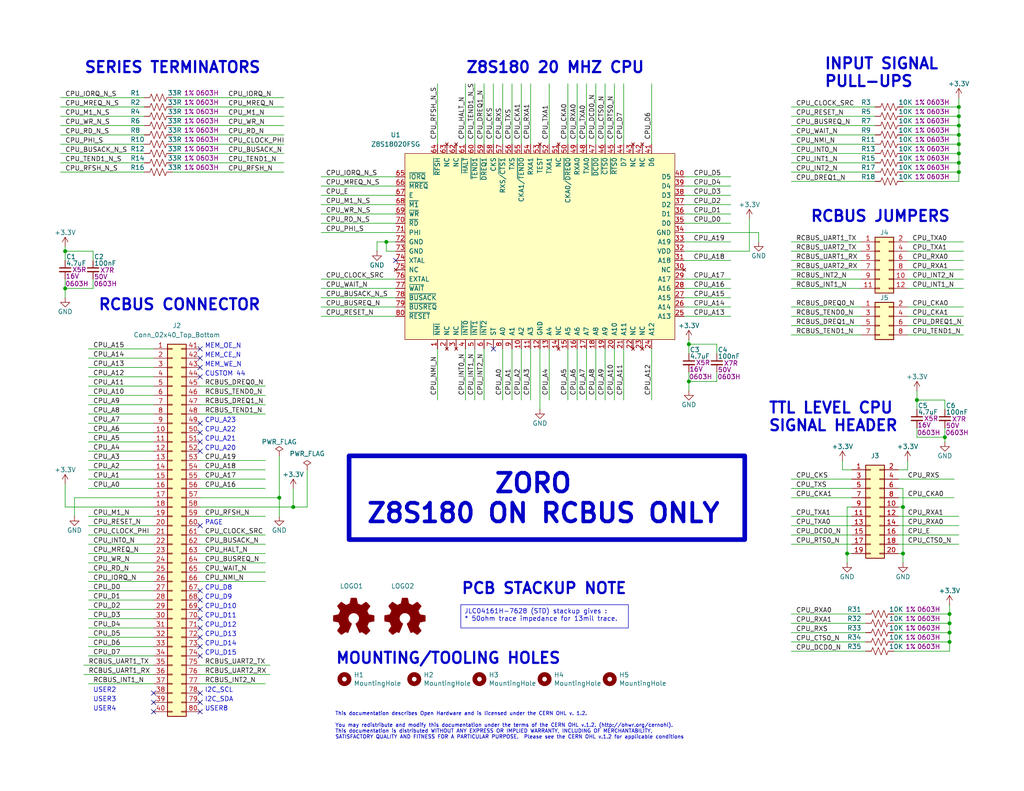
<source format=kicad_sch>
(kicad_sch (version 20231120) (generator "eeschema") (generator_version "8.0")
  (paper "USLetter")
  (title_block (title "ZORO") (date "2024-07-24") (rev "0") (company "Denno Wiggle") (comment 1 "Z8S180 On RCBUS Only"))
  (lib_symbols
    (symbol "Connector_Generic:Conn_02x04_Odd_Even" (pin_names (offset 1.016) hide)
      (property "Reference" "J" (at 1.27 5.08 0))
      (property "Value" "Conn_02x04_Odd_Even" (at 1.27 -7.62 0))
      (symbol "Conn_02x04_Odd_Even_1_1"
        (pin passive line (at -5.08 2.54 0) (length 3.81) (name "Pin_1") (number "1"))
        (pin passive line (at 7.62 2.54 180) (length 3.81) (name "Pin_2") (number "2"))
        (pin passive line (at -5.08 0 0) (length 3.81) (name "Pin_3") (number "3"))
        (pin passive line (at 7.62 0 180) (length 3.81) (name "Pin_4") (number "4"))
        (pin passive line (at -5.08 -2.54 0) (length 3.81) (name "Pin_5") (number "5"))
        (pin passive line (at 7.62 -2.54 180) (length 3.81) (name "Pin_6") (number "6"))
        (pin passive line (at -5.08 -5.08 0) (length 3.81) (name "Pin_7") (number "7"))
        (pin passive line (at 7.62 -5.08 180) (length 3.81) (name "Pin_8") (number "8"))
      )
    )
    (symbol "Connector_Generic:Conn_02x06_Odd_Even" (pin_names (offset 1.016) hide)
      (property "Reference" "J" (at 1.27 7.62 0))
      (property "Value" "Conn_02x06_Odd_Even" (at 1.27 -10.16 0))
      (symbol "Conn_02x06_Odd_Even_1_1"
        (pin passive line (at -5.08 5.08 0) (length 3.81) (name "Pin_1") (number "1"))
        (pin passive line (at 7.62 -5.08 180) (length 3.81) (name "Pin_10") (number "10"))
        (pin passive line (at -5.08 -7.62 0) (length 3.81) (name "Pin_11") (number "11"))
        (pin passive line (at 7.62 -7.62 180) (length 3.81) (name "Pin_12") (number "12"))
        (pin passive line (at 7.62 5.08 180) (length 3.81) (name "Pin_2") (number "2"))
        (pin passive line (at -5.08 2.54 0) (length 3.81) (name "Pin_3") (number "3"))
        (pin passive line (at 7.62 2.54 180) (length 3.81) (name "Pin_4") (number "4"))
        (pin passive line (at -5.08 0 0) (length 3.81) (name "Pin_5") (number "5"))
        (pin passive line (at 7.62 0 180) (length 3.81) (name "Pin_6") (number "6"))
        (pin passive line (at -5.08 -2.54 0) (length 3.81) (name "Pin_7") (number "7"))
        (pin passive line (at 7.62 -2.54 180) (length 3.81) (name "Pin_8") (number "8"))
        (pin passive line (at -5.08 -5.08 0) (length 3.81) (name "Pin_9") (number "9"))
      )
    )
    (symbol "Connector_Generic:Conn_02x10_Odd_Even" (pin_names (offset 1.016) hide)
      (property "Reference" "J" (at 1.27 12.7 0))
      (property "Value" "Conn_02x10_Odd_Even" (at 1.27 -15.24 0))
      (symbol "Conn_02x10_Odd_Even_1_1"
        (pin passive line (at -5.08 10.16 0) (length 3.81) (name "Pin_1") (number "1"))
        (pin passive line (at 7.62 0 180) (length 3.81) (name "Pin_10") (number "10"))
        (pin passive line (at -5.08 -2.54 0) (length 3.81) (name "Pin_11") (number "11"))
        (pin passive line (at 7.62 -2.54 180) (length 3.81) (name "Pin_12") (number "12"))
        (pin passive line (at -5.08 -5.08 0) (length 3.81) (name "Pin_13") (number "13"))
        (pin passive line (at 7.62 -5.08 180) (length 3.81) (name "Pin_14") (number "14"))
        (pin passive line (at -5.08 -7.62 0) (length 3.81) (name "Pin_15") (number "15"))
        (pin passive line (at 7.62 -7.62 180) (length 3.81) (name "Pin_16") (number "16"))
        (pin passive line (at -5.08 -10.16 0) (length 3.81) (name "Pin_17") (number "17"))
        (pin passive line (at 7.62 -10.16 180) (length 3.81) (name "Pin_18") (number "18"))
        (pin passive line (at -5.08 -12.7 0) (length 3.81) (name "Pin_19") (number "19"))
        (pin passive line (at 7.62 10.16 180) (length 3.81) (name "Pin_2") (number "2"))
        (pin passive line (at 7.62 -12.7 180) (length 3.81) (name "Pin_20") (number "20"))
        (pin passive line (at -5.08 7.62 0) (length 3.81) (name "Pin_3") (number "3"))
        (pin passive line (at 7.62 7.62 180) (length 3.81) (name "Pin_4") (number "4"))
        (pin passive line (at -5.08 5.08 0) (length 3.81) (name "Pin_5") (number "5"))
        (pin passive line (at 7.62 5.08 180) (length 3.81) (name "Pin_6") (number "6"))
        (pin passive line (at -5.08 2.54 0) (length 3.81) (name "Pin_7") (number "7"))
        (pin passive line (at 7.62 2.54 180) (length 3.81) (name "Pin_8") (number "8"))
        (pin passive line (at -5.08 0 0) (length 3.81) (name "Pin_9") (number "9"))
      )
    )
    (symbol "Connector_Generic:Conn_02x40_Top_Bottom" (pin_names (offset 1.016) hide)
      (property "Reference" "J" (at 1.27 50.8 0))
      (property "Value" "Conn_02x40_Top_Bottom" (at 1.27 -53.34 0))
      (symbol "Conn_02x40_Top_Bottom_1_1"
        (pin passive line (at -5.08 48.26 0) (length 3.81) (name "Pin_1") (number "1"))
        (pin passive line (at -5.08 25.4 0) (length 3.81) (name "Pin_10") (number "10"))
        (pin passive line (at -5.08 22.86 0) (length 3.81) (name "Pin_11") (number "11"))
        (pin passive line (at -5.08 20.32 0) (length 3.81) (name "Pin_12") (number "12"))
        (pin passive line (at -5.08 17.78 0) (length 3.81) (name "Pin_13") (number "13"))
        (pin passive line (at -5.08 15.24 0) (length 3.81) (name "Pin_14") (number "14"))
        (pin passive line (at -5.08 12.7 0) (length 3.81) (name "Pin_15") (number "15"))
        (pin passive line (at -5.08 10.16 0) (length 3.81) (name "Pin_16") (number "16"))
        (pin passive line (at -5.08 7.62 0) (length 3.81) (name "Pin_17") (number "17"))
        (pin passive line (at -5.08 5.08 0) (length 3.81) (name "Pin_18") (number "18"))
        (pin passive line (at -5.08 2.54 0) (length 3.81) (name "Pin_19") (number "19"))
        (pin passive line (at -5.08 45.72 0) (length 3.81) (name "Pin_2") (number "2"))
        (pin passive line (at -5.08 0 0) (length 3.81) (name "Pin_20") (number "20"))
        (pin passive line (at -5.08 -2.54 0) (length 3.81) (name "Pin_21") (number "21"))
        (pin passive line (at -5.08 -5.08 0) (length 3.81) (name "Pin_22") (number "22"))
        (pin passive line (at -5.08 -7.62 0) (length 3.81) (name "Pin_23") (number "23"))
        (pin passive line (at -5.08 -10.16 0) (length 3.81) (name "Pin_24") (number "24"))
        (pin passive line (at -5.08 -12.7 0) (length 3.81) (name "Pin_25") (number "25"))
        (pin passive line (at -5.08 -15.24 0) (length 3.81) (name "Pin_26") (number "26"))
        (pin passive line (at -5.08 -17.78 0) (length 3.81) (name "Pin_27") (number "27"))
        (pin passive line (at -5.08 -20.32 0) (length 3.81) (name "Pin_28") (number "28"))
        (pin passive line (at -5.08 -22.86 0) (length 3.81) (name "Pin_29") (number "29"))
        (pin passive line (at -5.08 43.18 0) (length 3.81) (name "Pin_3") (number "3"))
        (pin passive line (at -5.08 -25.4 0) (length 3.81) (name "Pin_30") (number "30"))
        (pin passive line (at -5.08 -27.94 0) (length 3.81) (name "Pin_31") (number "31"))
        (pin passive line (at -5.08 -30.48 0) (length 3.81) (name "Pin_32") (number "32"))
        (pin passive line (at -5.08 -33.02 0) (length 3.81) (name "Pin_33") (number "33"))
        (pin passive line (at -5.08 -35.56 0) (length 3.81) (name "Pin_34") (number "34"))
        (pin passive line (at -5.08 -38.1 0) (length 3.81) (name "Pin_35") (number "35"))
        (pin passive line (at -5.08 -40.64 0) (length 3.81) (name "Pin_36") (number "36"))
        (pin passive line (at -5.08 -43.18 0) (length 3.81) (name "Pin_37") (number "37"))
        (pin passive line (at -5.08 -45.72 0) (length 3.81) (name "Pin_38") (number "38"))
        (pin passive line (at -5.08 -48.26 0) (length 3.81) (name "Pin_39") (number "39"))
        (pin passive line (at -5.08 40.64 0) (length 3.81) (name "Pin_4") (number "4"))
        (pin passive line (at -5.08 -50.8 0) (length 3.81) (name "Pin_40") (number "40"))
        (pin passive line (at 7.62 48.26 180) (length 3.81) (name "Pin_41") (number "41"))
        (pin passive line (at 7.62 45.72 180) (length 3.81) (name "Pin_42") (number "42"))
        (pin passive line (at 7.62 43.18 180) (length 3.81) (name "Pin_43") (number "43"))
        (pin passive line (at 7.62 40.64 180) (length 3.81) (name "Pin_44") (number "44"))
        (pin passive line (at 7.62 38.1 180) (length 3.81) (name "Pin_45") (number "45"))
        (pin passive line (at 7.62 35.56 180) (length 3.81) (name "Pin_46") (number "46"))
        (pin passive line (at 7.62 33.02 180) (length 3.81) (name "Pin_47") (number "47"))
        (pin passive line (at 7.62 30.48 180) (length 3.81) (name "Pin_48") (number "48"))
        (pin passive line (at 7.62 27.94 180) (length 3.81) (name "Pin_49") (number "49"))
        (pin passive line (at -5.08 38.1 0) (length 3.81) (name "Pin_5") (number "5"))
        (pin passive line (at 7.62 25.4 180) (length 3.81) (name "Pin_50") (number "50"))
        (pin passive line (at 7.62 22.86 180) (length 3.81) (name "Pin_51") (number "51"))
        (pin passive line (at 7.62 20.32 180) (length 3.81) (name "Pin_52") (number "52"))
        (pin passive line (at 7.62 17.78 180) (length 3.81) (name "Pin_53") (number "53"))
        (pin passive line (at 7.62 15.24 180) (length 3.81) (name "Pin_54") (number "54"))
        (pin passive line (at 7.62 12.7 180) (length 3.81) (name "Pin_55") (number "55"))
        (pin passive line (at 7.62 10.16 180) (length 3.81) (name "Pin_56") (number "56"))
        (pin passive line (at 7.62 7.62 180) (length 3.81) (name "Pin_57") (number "57"))
        (pin passive line (at 7.62 5.08 180) (length 3.81) (name "Pin_58") (number "58"))
        (pin passive line (at 7.62 2.54 180) (length 3.81) (name "Pin_59") (number "59"))
        (pin passive line (at -5.08 35.56 0) (length 3.81) (name "Pin_6") (number "6"))
        (pin passive line (at 7.62 0 180) (length 3.81) (name "Pin_60") (number "60"))
        (pin passive line (at 7.62 -2.54 180) (length 3.81) (name "Pin_61") (number "61"))
        (pin passive line (at 7.62 -5.08 180) (length 3.81) (name "Pin_62") (number "62"))
        (pin passive line (at 7.62 -7.62 180) (length 3.81) (name "Pin_63") (number "63"))
        (pin passive line (at 7.62 -10.16 180) (length 3.81) (name "Pin_64") (number "64"))
        (pin passive line (at 7.62 -12.7 180) (length 3.81) (name "Pin_65") (number "65"))
        (pin passive line (at 7.62 -15.24 180) (length 3.81) (name "Pin_66") (number "66"))
        (pin passive line (at 7.62 -17.78 180) (length 3.81) (name "Pin_67") (number "67"))
        (pin passive line (at 7.62 -20.32 180) (length 3.81) (name "Pin_68") (number "68"))
        (pin passive line (at 7.62 -22.86 180) (length 3.81) (name "Pin_69") (number "69"))
        (pin passive line (at -5.08 33.02 0) (length 3.81) (name "Pin_7") (number "7"))
        (pin passive line (at 7.62 -25.4 180) (length 3.81) (name "Pin_70") (number "70"))
        (pin passive line (at 7.62 -27.94 180) (length 3.81) (name "Pin_71") (number "71"))
        (pin passive line (at 7.62 -30.48 180) (length 3.81) (name "Pin_72") (number "72"))
        (pin passive line (at 7.62 -33.02 180) (length 3.81) (name "Pin_73") (number "73"))
        (pin passive line (at 7.62 -35.56 180) (length 3.81) (name "Pin_74") (number "74"))
        (pin passive line (at 7.62 -38.1 180) (length 3.81) (name "Pin_75") (number "75"))
        (pin passive line (at 7.62 -40.64 180) (length 3.81) (name "Pin_76") (number "76"))
        (pin passive line (at 7.62 -43.18 180) (length 3.81) (name "Pin_77") (number "77"))
        (pin passive line (at 7.62 -45.72 180) (length 3.81) (name "Pin_78") (number "78"))
        (pin passive line (at 7.62 -48.26 180) (length 3.81) (name "Pin_79") (number "79"))
        (pin passive line (at -5.08 30.48 0) (length 3.81) (name "Pin_8") (number "8"))
        (pin passive line (at 7.62 -50.8 180) (length 3.81) (name "Pin_80") (number "80"))
        (pin passive line (at -5.08 27.94 0) (length 3.81) (name "Pin_9") (number "9"))
      )
    )
    (symbol "GND_1" (power) (pin_numbers hide) (pin_names (offset 0) hide)
      (property "Value" "GND" (at 0 -3.81 0))
      (symbol "GND_1_1_1"
        (pin power_in line (at 0 0 270) (length 0) (name "~") (number "1"))
      )
    )
    (symbol "GND_2" (power) (pin_numbers hide) (pin_names (offset 0) hide)
      (property "Value" "GND" (at 0 -3.81 0))
      (symbol "GND_2_1_1"
        (pin power_in line (at 0 0 270) (length 0) (name "~") (number "1"))
      )
    )
    (symbol "Graphic:Logo_Open_Hardware_Small" (in_bom no) (on_board no))
    (symbol "Mechanical:MountingHole" (pin_names (offset 1.016))
      (property "Reference" "H" (at 0 5.08 0))
      (property "Value" "MountingHole" (at 0 3.175 0))
    )
    (symbol "WTM:C_100nF_X7R_16V_0805H" (pin_numbers hide) (pin_names (offset 0) hide)
      (property "Reference" "C" (at 0.254 3.556 0))
      (property "Value" "100nF" (at 0.254 1.778 0))
      (property "Dielectric" "X7R" (at 1.905 -0.127 0))
      (property "Voltage" "16V" (at 0.254 -1.905 0))
      (property "Footprint2" "0805H" (at 0.127 -3.81 0))
      (symbol "C_100nF_X7R_16V_0805H_1_1"
        (pin passive line (at 0 2.54 270) (length 2.032) (name "~") (number "1"))
        (pin passive line (at 0 -2.54 90) (length 2.032) (name "~") (number "2"))
      )
    )
    (symbol "WTM:C_10uF_X5R_16V_0805H" (pin_numbers hide) (pin_names (offset 0.254) hide)
      (property "Reference" "C206" (at 0.254 3.556 0))
      (property "Value" "10uF" (at 0.254 1.778 0))
      (property "Dielectric" "X5R" (at 1.905 0.762 0))
      (property "Voltage" "16V" (at 0.127 -1.016 0))
      (property "Footprint2" "0805H" (at 3.302 -3.81 0))
      (symbol "C_10uF_X5R_16V_0805H_1_1"
        (pin passive line (at 0 2.54 270) (length 2.032) (name "~") (number "1"))
        (pin passive line (at 0 -2.54 90) (length 2.032) (name "~") (number "2"))
      )
    )
    (symbol "WTM:R_33R_5%_0805H_Horizontal1" (pin_numbers hide) (pin_names (offset 0))
      (property "Reference" "R" (at -7.62 1.27 0))
      (property "Value" "33R" (at 2.54 1.27 0))
      (property "Tolerance" "5%" (at 2.54 -1.27 0))
      (property "Footprint2" "0805H" (at -8.89 -1.27 0))
      (symbol "R_33R_5%_0805H_Horizontal1_1_1"
        (pin passive line (at -3.81 0 0) (length 1.27) (name "~") (number "1"))
        (pin passive line (at 3.81 0 180) (length 1.27) (name "~") (number "2"))
      )
    )
    (symbol "WTM:Z8S18020FSG" (pin_names (offset 1.016))
      (property "Reference" "U1" (at -38.1 27.94 0))
      (property "Value" "Z8S18020FSG" (at -6.35 0 0))
      (symbol "Z8S18020FSG_1_1"
        (pin input line (at -29.21 -27.94 90) (length 2.54) (name "~{NMI}") (number "1"))
        (pin tri_state line (at -6.35 -27.94 90) (length 2.54) (name "A2") (number "10"))
        (pin tri_state line (at -3.81 -27.94 90) (length 2.54) (name "A3") (number "11"))
        (pin power_in line (at -1.27 -27.94 90) (length 2.54) (name "GND") (number "12"))
        (pin tri_state line (at 1.27 -27.94 90) (length 2.54) (name "A4") (number "13"))
        (pin no_connect line (at 3.81 -27.94 90) (length 2.54) (name "NC") (number "14"))
        (pin tri_state line (at 6.35 -27.94 90) (length 2.54) (name "A5") (number "15"))
        (pin tri_state line (at 8.89 -27.94 90) (length 2.54) (name "A6") (number "16"))
        (pin tri_state line (at 11.43 -27.94 90) (length 2.54) (name "A7") (number "17"))
        (pin tri_state line (at 13.97 -27.94 90) (length 2.54) (name "A8") (number "18"))
        (pin tri_state line (at 16.51 -27.94 90) (length 2.54) (name "A9") (number "19"))
        (pin no_connect line (at -26.67 -27.94 90) (length 2.54) (name "NC") (number "2"))
        (pin tri_state line (at 19.05 -27.94 90) (length 2.54) (name "A10") (number "20"))
        (pin tri_state line (at 21.59 -27.94 90) (length 2.54) (name "A11") (number "21"))
        (pin no_connect line (at 24.13 -27.94 90) (length 2.54) (name "NC") (number "22"))
        (pin no_connect line (at 26.67 -27.94 90) (length 2.54) (name "NC") (number "23"))
        (pin tri_state line (at 29.21 -27.94 90) (length 2.54) (name "A12") (number "24"))
        (pin tri_state line (at 38.1 -19.05 180) (length 2.54) (name "A13") (number "25"))
        (pin tri_state line (at 38.1 -16.51 180) (length 2.54) (name "A14") (number "26"))
        (pin tri_state line (at 38.1 -13.97 180) (length 2.54) (name "A15") (number "27"))
        (pin tri_state line (at 38.1 -11.43 180) (length 2.54) (name "A16") (number "28"))
        (pin tri_state line (at 38.1 -8.89 180) (length 2.54) (name "A17") (number "29"))
        (pin no_connect line (at -24.13 -27.94 90) (length 2.54) (name "NC") (number "3"))
        (pin no_connect line (at 38.1 -6.35 180) (length 2.54) (name "NC") (number "30"))
        (pin tri_state line (at 38.1 -3.81 180) (length 2.54) (name "A18") (number "31"))
        (pin power_in line (at 38.1 -1.27 180) (length 2.54) (name "VDD") (number "32"))
        (pin tri_state line (at 38.1 1.27 180) (length 2.54) (name "A19") (number "33"))
        (pin power_in line (at 38.1 3.81 180) (length 2.54) (name "GND") (number "34"))
        (pin tri_state line (at 38.1 6.35 180) (length 2.54) (name "D0") (number "35"))
        (pin tri_state line (at 38.1 8.89 180) (length 2.54) (name "D1") (number "36"))
        (pin tri_state line (at 38.1 11.43 180) (length 2.54) (name "D2") (number "37"))
        (pin tri_state line (at 38.1 13.97 180) (length 2.54) (name "D3") (number "38"))
        (pin tri_state line (at 38.1 16.51 180) (length 2.54) (name "D4") (number "39"))
        (pin input line (at -21.59 -27.94 90) (length 2.54) (name "~{INT0}") (number "4"))
        (pin tri_state line (at 38.1 19.05 180) (length 2.54) (name "D5") (number "40"))
        (pin tri_state line (at 29.21 27.94 270) (length 2.54) (name "D6") (number "41"))
        (pin no_connect line (at 26.67 27.94 270) (length 2.54) (name "NC") (number "42"))
        (pin no_connect line (at 24.13 27.94 270) (length 2.54) (name "NC") (number "43"))
        (pin tri_state line (at 21.59 27.94 270) (length 2.54) (name "D7") (number "44"))
        (pin output line (at 19.05 27.94 270) (length 2.54) (name "~{RTS0}") (number "45"))
        (pin input line (at 16.51 27.94 270) (length 2.54) (name "~{CTS0}") (number "46"))
        (pin input line (at 13.97 27.94 270) (length 2.54) (name "~{DCD0}") (number "47"))
        (pin output line (at 11.43 27.94 270) (length 2.54) (name "TXA0") (number "48"))
        (pin input line (at 8.89 27.94 270) (length 2.54) (name "RXA0") (number "49"))
        (pin input line (at -19.05 -27.94 90) (length 2.54) (name "~{INT1}") (number "5"))
        (pin bidirectional line (at 6.35 27.94 270) (length 2.54) (name "CKA0/~{DREQ0}") (number "50"))
        (pin no_connect line (at 3.81 27.94 270) (length 2.54) (name "NC") (number "51"))
        (pin output line (at 1.27 27.94 270) (length 2.54) (name "TXA1") (number "52"))
        (pin no_connect line (at -1.27 27.94 270) (length 2.54) (name "TEST") (number "53"))
        (pin input line (at -3.81 27.94 270) (length 2.54) (name "RXA1") (number "54"))
        (pin bidirectional line (at -6.35 27.94 270) (length 2.54) (name "CKA1/~{TEND0}") (number "55"))
        (pin output line (at -8.89 27.94 270) (length 2.54) (name "TXS") (number "56"))
        (pin input line (at -11.43 27.94 270) (length 2.54) (name "RXS/~{CTS1}") (number "57"))
        (pin bidirectional line (at -13.97 27.94 270) (length 2.54) (name "CKS") (number "58"))
        (pin input line (at -16.51 27.94 270) (length 2.54) (name "~{DREQ1}") (number "59"))
        (pin input line (at -16.51 -27.94 90) (length 2.54) (name "~{INT2}") (number "6"))
        (pin output line (at -19.05 27.94 270) (length 2.54) (name "~{TEND1}") (number "60"))
        (pin output line (at -21.59 27.94 270) (length 2.54) (name "~{HALT}") (number "61"))
        (pin no_connect line (at -24.13 27.94 270) (length 2.54) (name "NC") (number "62"))
        (pin no_connect line (at -26.67 27.94 270) (length 2.54) (name "NC") (number "63"))
        (pin output line (at -29.21 27.94 270) (length 2.54) (name "~{RFSH}") (number "64"))
        (pin tri_state line (at -40.64 19.05 0) (length 2.54) (name "~{IORQ}") (number "65"))
        (pin tri_state line (at -40.64 16.51 0) (length 2.54) (name "~{MREQ}") (number "66"))
        (pin output line (at -40.64 13.97 0) (length 2.54) (name "E") (number "67"))
        (pin tri_state line (at -40.64 11.43 0) (length 2.54) (name "~{M1}") (number "68"))
        (pin tri_state line (at -40.64 8.89 0) (length 2.54) (name "~{WR}") (number "69"))
        (pin output line (at -13.97 -27.94 90) (length 2.54) (name "ST") (number "7"))
        (pin tri_state line (at -40.64 6.35 0) (length 2.54) (name "~{RD}") (number "70"))
        (pin output line (at -40.64 3.81 0) (length 2.54) (name "PHI") (number "71"))
        (pin power_in line (at -40.64 1.27 0) (length 2.54) (name "GND") (number "72"))
        (pin power_in line (at -40.64 -1.27 0) (length 2.54) (name "GND") (number "73"))
        (pin input line (at -40.64 -3.81 0) (length 2.54) (name "XTAL") (number "74"))
        (pin no_connect line (at -40.64 -6.35 0) (length 2.54) (name "NC") (number "75"))
        (pin input line (at -40.64 -8.89 0) (length 2.54) (name "EXTAL") (number "76"))
        (pin input line (at -40.64 -11.43 0) (length 2.54) (name "~{WAIT}") (number "77"))
        (pin output line (at -40.64 -13.97 0) (length 2.54) (name "~{BUSACK}") (number "78"))
        (pin input line (at -40.64 -16.51 0) (length 2.54) (name "~{BUSREQ}") (number "79"))
        (pin tri_state line (at -11.43 -27.94 90) (length 2.54) (name "A0") (number "8"))
        (pin input line (at -40.64 -19.05 0) (length 2.54) (name "~{RESET}") (number "80"))
        (pin tri_state line (at -8.89 -27.94 90) (length 2.54) (name "A1") (number "9"))
      )
    )
    (symbol "power:+3.3V" (power) (pin_numbers hide) (pin_names (offset 0) hide)
      (property "Value" "+3.3V" (at 0 3.556 0))
      (symbol "+3.3V_1_1"
        (pin power_in line (at 0 0 90) (length 0) (name "~") (number "1"))
      )
    )
    (symbol "power:PWR_FLAG" (power) (pin_numbers hide) (pin_names (offset 0) hide)
      (property "Value" "PWR_FLAG" (at 0 3.81 0))
      (symbol "PWR_FLAG_0_0"
        (pin power_out line (at 0 0 90) (length 0) (name "~") (number "1"))
      )
    )
  )
  (junction (at 231.14 151.13))
  (junction (at 261.62 39.37))
  (junction (at 259.08 175.26))
  (junction (at 17.78 78.74))
  (junction (at 257.81 119.38))
  (junction (at 259.08 172.72))
  (junction (at 187.96 93.98))
  (junction (at 261.62 36.83))
  (junction (at 76.2 135.89))
  (junction (at 261.62 29.21))
  (junction (at 17.78 68.58))
  (junction (at 261.62 46.99))
  (junction (at 246.38 138.43))
  (junction (at 250.19 109.22))
  (junction (at 261.62 41.91))
  (junction (at 261.62 31.75))
  (junction (at 261.62 34.29))
  (junction (at 187.96 104.14))
  (junction (at 261.62 44.45))
  (junction (at 259.08 167.64))
  (junction (at 105.41 66.04))
  (junction (at 246.38 151.13))
  (junction (at 80.01 138.43))
  (junction (at 259.08 170.18))
  (no_connect (at 54.61 120.65))
  (no_connect (at 54.61 168.91))
  (no_connect (at 54.61 166.37))
  (no_connect (at 54.61 191.77))
  (no_connect (at 54.61 97.79))
  (no_connect (at 54.61 118.11))
  (no_connect (at 54.61 95.25))
  (no_connect (at 54.61 161.29))
  (no_connect (at 54.61 194.31))
  (no_connect (at 134.62 95.25))
  (no_connect (at 54.61 115.57))
  (no_connect (at 41.91 194.31))
  (no_connect (at 54.61 102.87))
  (no_connect (at 54.61 143.51))
  (no_connect (at 107.95 71.12))
  (no_connect (at 54.61 176.53))
  (no_connect (at 54.61 189.23))
  (no_connect (at 54.61 163.83))
  (no_connect (at 54.61 171.45))
  (no_connect (at 54.61 100.33))
  (no_connect (at 54.61 123.19))
  (no_connect (at 41.91 191.77))
  (no_connect (at 54.61 173.99))
  (no_connect (at 41.91 189.23))
  (no_connect (at 54.61 179.07))
  (wire (pts (xy 261.62 46.99) (xy 261.62 44.45)))
  (wire (pts (xy 46.99 29.21) (xy 77.47 29.21)))
  (wire (pts (xy 24.13 163.83) (xy 41.91 163.83)))
  (wire (pts (xy 232.41 128.27) (xy 229.87 128.27)))
  (wire (pts (xy 187.96 93.98) (xy 195.58 93.98)))
  (wire (pts (xy 186.69 71.12) (xy 199.39 71.12)))
  (wire (pts (xy 87.63 60.96) (xy 107.95 60.96)))
  (wire (pts (xy 16.51 46.99) (xy 39.37 46.99)))
  (wire (pts (xy 17.78 67.31) (xy 17.78 68.58)))
  (wire (pts (xy 259.08 177.8) (xy 259.08 175.26)))
  (wire (pts (xy 24.13 113.03) (xy 41.91 113.03)))
  (wire (pts (xy 16.51 34.29) (xy 39.37 34.29)))
  (wire (pts (xy 247.65 76.2) (xy 262.89 76.2)))
  (wire (pts (xy 245.11 138.43) (xy 246.38 138.43)))
  (wire (pts (xy 245.11 143.51) (xy 261.62 143.51)))
  (wire (pts (xy 259.08 175.26) (xy 259.08 172.72)))
  (wire (pts (xy 54.61 107.95) (xy 72.39 107.95)))
  (wire (pts (xy 246.38 46.99) (xy 261.62 46.99)))
  (wire (pts (xy 16.51 39.37) (xy 39.37 39.37)))
  (wire (pts (xy 54.61 186.69) (xy 72.39 186.69)))
  (wire (pts (xy 215.9 78.74) (xy 234.95 78.74)))
  (wire (pts (xy 245.11 130.81) (xy 260.35 130.81)))
  (wire (pts (xy 261.62 34.29) (xy 261.62 36.83)))
  (wire (pts (xy 232.41 143.51) (xy 215.9 143.51)))
  (wire (pts (xy 167.64 95.25) (xy 167.64 109.22)))
  (wire (pts (xy 250.19 109.22) (xy 257.81 109.22)))
  (wire (pts (xy 247.65 73.66) (xy 262.89 73.66)))
  (wire (pts (xy 16.51 44.45) (xy 39.37 44.45)))
  (wire (pts (xy 177.8 95.25) (xy 177.8 109.22)))
  (wire (pts (xy 24.13 125.73) (xy 41.91 125.73)))
  (wire (pts (xy 229.87 128.27) (xy 229.87 125.73)))
  (wire (pts (xy 46.99 31.75) (xy 77.47 31.75)))
  (wire (pts (xy 54.61 156.21) (xy 72.39 156.21)))
  (wire (pts (xy 232.41 130.81) (xy 215.9 130.81)))
  (wire (pts (xy 87.63 53.34) (xy 107.95 53.34)))
  (wire (pts (xy 246.38 138.43) (xy 246.38 133.35)))
  (wire (pts (xy 162.56 95.25) (xy 162.56 109.22)))
  (wire (pts (xy 137.16 95.25) (xy 137.16 109.22)))
  (wire (pts (xy 186.69 58.42) (xy 199.39 58.42)))
  (wire (pts (xy 24.13 179.07) (xy 41.91 179.07)))
  (wire (pts (xy 24.13 120.65) (xy 41.91 120.65)))
  (wire (pts (xy 215.9 140.97) (xy 232.41 140.97)))
  (wire (pts (xy 129.54 22.86) (xy 129.54 39.37)))
  (wire (pts (xy 80.01 133.35) (xy 80.01 138.43)))
  (wire (pts (xy 107.95 66.04) (xy 105.41 66.04)))
  (wire (pts (xy 24.13 166.37) (xy 41.91 166.37)))
  (wire (pts (xy 243.84 177.8) (xy 259.08 177.8)))
  (wire (pts (xy 247.65 66.04) (xy 262.89 66.04)))
  (wire (pts (xy 119.38 22.86) (xy 119.38 39.37)))
  (wire (pts (xy 24.13 171.45) (xy 41.91 171.45)))
  (wire (pts (xy 17.78 138.43) (xy 41.91 138.43)))
  (wire (pts (xy 207.01 63.5) (xy 207.01 66.04)))
  (wire (pts (xy 187.96 104.14) (xy 187.96 101.6)))
  (wire (pts (xy 17.78 68.58) (xy 25.4 68.58)))
  (wire (pts (xy 186.69 68.58) (xy 204.47 68.58)))
  (wire (pts (xy 139.7 95.25) (xy 139.7 109.22)))
  (wire (pts (xy 24.13 151.13) (xy 41.91 151.13)))
  (wire (pts (xy 54.61 153.67) (xy 72.39 153.67)))
  (wire (pts (xy 17.78 78.74) (xy 17.78 76.2)))
  (wire (pts (xy 46.99 46.99) (xy 77.47 46.99)))
  (wire (pts (xy 261.62 29.21) (xy 261.62 31.75)))
  (wire (pts (xy 24.13 176.53) (xy 41.91 176.53)))
  (wire (pts (xy 186.69 76.2) (xy 199.39 76.2)))
  (wire (pts (xy 107.95 68.58) (xy 105.41 68.58)))
  (wire (pts (xy 165.1 95.25) (xy 165.1 109.22)))
  (wire (pts (xy 16.51 26.67) (xy 39.37 26.67)))
  (wire (pts (xy 137.16 22.86) (xy 137.16 39.37)))
  (wire (pts (xy 87.63 55.88) (xy 107.95 55.88)))
  (wire (pts (xy 186.69 63.5) (xy 207.01 63.5)))
  (wire (pts (xy 24.13 100.33) (xy 41.91 100.33)))
  (wire (pts (xy 250.19 116.84) (xy 250.19 119.38)))
  (wire (pts (xy 246.38 133.35) (xy 245.11 133.35)))
  (wire (pts (xy 24.13 102.87) (xy 41.91 102.87)))
  (wire (pts (xy 243.84 167.64) (xy 259.08 167.64)))
  (wire (pts (xy 261.62 36.83) (xy 246.38 36.83)))
  (wire (pts (xy 261.62 39.37) (xy 246.38 39.37)))
  (wire (pts (xy 24.13 123.19) (xy 41.91 123.19)))
  (wire (pts (xy 215.9 167.64) (xy 236.22 167.64)))
  (wire (pts (xy 144.78 95.25) (xy 144.78 109.22)))
  (wire (pts (xy 87.63 58.42) (xy 107.95 58.42)))
  (wire (pts (xy 54.61 113.03) (xy 72.39 113.03)))
  (wire (pts (xy 46.99 44.45) (xy 77.47 44.45)))
  (wire (pts (xy 243.84 175.26) (xy 259.08 175.26)))
  (wire (pts (xy 149.86 95.25) (xy 149.86 109.22)))
  (wire (pts (xy 177.8 22.86) (xy 177.8 39.37)))
  (wire (pts (xy 157.48 22.86) (xy 157.48 39.37)))
  (wire (pts (xy 24.13 130.81) (xy 41.91 130.81)))
  (wire (pts (xy 199.39 78.74) (xy 186.69 78.74)))
  (wire (pts (xy 231.14 151.13) (xy 232.41 151.13)))
  (wire (pts (xy 232.41 135.89) (xy 215.9 135.89)))
  (wire (pts (xy 54.61 128.27) (xy 72.39 128.27)))
  (wire (pts (xy 186.69 50.8) (xy 199.39 50.8)))
  (wire (pts (xy 215.9 29.21) (xy 238.76 29.21)))
  (wire (pts (xy 54.61 138.43) (xy 80.01 138.43)))
  (wire (pts (xy 260.35 135.89) (xy 245.11 135.89)))
  (wire (pts (xy 46.99 34.29) (xy 77.47 34.29)))
  (wire (pts (xy 132.08 22.86) (xy 132.08 39.37)))
  (wire (pts (xy 17.78 78.74) (xy 17.78 81.28)))
  (wire (pts (xy 259.08 167.64) (xy 259.08 170.18)))
  (wire (pts (xy 187.96 92.71) (xy 187.96 93.98)))
  (wire (pts (xy 261.62 39.37) (xy 261.62 41.91)))
  (wire (pts (xy 54.61 133.35) (xy 72.39 133.35)))
  (wire (pts (xy 87.63 83.82) (xy 107.95 83.82)))
  (wire (pts (xy 105.41 68.58) (xy 105.41 66.04)))
  (wire (pts (xy 154.94 95.25) (xy 154.94 109.22)))
  (wire (pts (xy 24.13 168.91) (xy 41.91 168.91)))
  (wire (pts (xy 187.96 104.14) (xy 187.96 106.68)))
  (wire (pts (xy 215.9 170.18) (xy 236.22 170.18)))
  (wire (pts (xy 232.41 148.59) (xy 215.9 148.59)))
  (wire (pts (xy 231.14 151.13) (xy 231.14 153.67)))
  (wire (pts (xy 24.13 153.67) (xy 41.91 153.67)))
  (wire (pts (xy 24.13 133.35) (xy 41.91 133.35)))
  (wire (pts (xy 246.38 49.53) (xy 261.62 49.53)))
  (wire (pts (xy 87.63 48.26) (xy 107.95 48.26)))
  (wire (pts (xy 54.61 130.81) (xy 72.39 130.81)))
  (wire (pts (xy 160.02 95.25) (xy 160.02 109.22)))
  (wire (pts (xy 247.65 125.73) (xy 247.65 128.27)))
  (wire (pts (xy 195.58 93.98) (xy 195.58 96.52)))
  (wire (pts (xy 231.14 151.13) (xy 231.14 138.43)))
  (wire (pts (xy 247.65 78.74) (xy 262.89 78.74)))
  (wire (pts (xy 54.61 105.41) (xy 72.39 105.41)))
  (wire (pts (xy 215.9 39.37) (xy 238.76 39.37)))
  (wire (pts (xy 46.99 36.83) (xy 77.47 36.83)))
  (wire (pts (xy 154.94 22.86) (xy 154.94 39.37)))
  (wire (pts (xy 24.13 156.21) (xy 41.91 156.21)))
  (wire (pts (xy 186.69 55.88) (xy 199.39 55.88)))
  (wire (pts (xy 261.62 36.83) (xy 261.62 39.37)))
  (wire (pts (xy 215.9 175.26) (xy 236.22 175.26)))
  (wire (pts (xy 20.32 135.89) (xy 20.32 140.97)))
  (wire (pts (xy 232.41 146.05) (xy 215.9 146.05)))
  (wire (pts (xy 215.9 68.58) (xy 234.95 68.58)))
  (wire (pts (xy 16.51 36.83) (xy 39.37 36.83)))
  (wire (pts (xy 24.13 143.51) (xy 41.91 143.51)))
  (wire (pts (xy 16.51 29.21) (xy 39.37 29.21)))
  (wire (pts (xy 46.99 39.37) (xy 77.47 39.37)))
  (wire (pts (xy 257.81 119.38) (xy 257.81 120.65)))
  (wire (pts (xy 87.63 86.36) (xy 107.95 86.36)))
  (wire (pts (xy 132.08 95.25) (xy 132.08 109.22)))
  (wire (pts (xy 215.9 46.99) (xy 238.76 46.99)))
  (wire (pts (xy 215.9 49.53) (xy 238.76 49.53)))
  (wire (pts (xy 16.51 31.75) (xy 39.37 31.75)))
  (wire (pts (xy 83.82 128.27) (xy 83.82 138.43)))
  (wire (pts (xy 261.62 49.53) (xy 261.62 46.99)))
  (wire (pts (xy 129.54 95.25) (xy 129.54 109.22)))
  (wire (pts (xy 170.18 95.25) (xy 170.18 109.22)))
  (wire (pts (xy 215.9 83.82) (xy 234.95 83.82)))
  (wire (pts (xy 246.38 151.13) (xy 246.38 138.43)))
  (wire (pts (xy 25.4 76.2) (xy 25.4 78.74)))
  (wire (pts (xy 261.62 140.97) (xy 245.11 140.97)))
  (wire (pts (xy 215.9 41.91) (xy 238.76 41.91)))
  (wire (pts (xy 261.62 44.45) (xy 261.62 41.91)))
  (wire (pts (xy 167.64 22.86) (xy 167.64 39.37)))
  (wire (pts (xy 24.13 186.69) (xy 41.91 186.69)))
  (wire (pts (xy 261.62 148.59) (xy 245.11 148.59)))
  (wire (pts (xy 24.13 95.25) (xy 41.91 95.25)))
  (wire (pts (xy 127 22.86) (xy 127 39.37)))
  (wire (pts (xy 247.65 71.12) (xy 262.89 71.12)))
  (wire (pts (xy 215.9 36.83) (xy 238.76 36.83)))
  (wire (pts (xy 87.63 63.5) (xy 107.95 63.5)))
  (wire (pts (xy 204.47 68.58) (xy 204.47 59.69)))
  (wire (pts (xy 250.19 109.22) (xy 250.19 111.76)))
  (wire (pts (xy 24.13 118.11) (xy 41.91 118.11)))
  (wire (pts (xy 246.38 151.13) (xy 246.38 153.67)))
  (wire (pts (xy 24.13 110.49) (xy 41.91 110.49)))
  (wire (pts (xy 215.9 88.9) (xy 234.95 88.9)))
  (wire (pts (xy 87.63 50.8) (xy 107.95 50.8)))
  (wire (pts (xy 54.61 158.75) (xy 72.39 158.75)))
  (wire (pts (xy 246.38 44.45) (xy 261.62 44.45)))
  (wire (pts (xy 232.41 133.35) (xy 215.9 133.35)))
  (wire (pts (xy 195.58 101.6) (xy 195.58 104.14)))
  (wire (pts (xy 24.13 146.05) (xy 41.91 146.05)))
  (wire (pts (xy 24.13 105.41) (xy 41.91 105.41)))
  (wire (pts (xy 24.13 161.29) (xy 41.91 161.29)))
  (wire (pts (xy 215.9 177.8) (xy 236.22 177.8)))
  (wire (pts (xy 54.61 135.89) (xy 76.2 135.89)))
  (wire (pts (xy 134.62 22.86) (xy 134.62 39.37)))
  (wire (pts (xy 231.14 138.43) (xy 232.41 138.43)))
  (wire (pts (xy 247.65 83.82) (xy 262.89 83.82)))
  (wire (pts (xy 186.69 66.04) (xy 199.39 66.04)))
  (wire (pts (xy 247.65 128.27) (xy 245.11 128.27)))
  (wire (pts (xy 25.4 68.58) (xy 25.4 71.12)))
  (wire (pts (xy 80.01 138.43) (xy 83.82 138.43)))
  (wire (pts (xy 245.11 151.13) (xy 246.38 151.13)))
  (wire (pts (xy 247.65 88.9) (xy 262.89 88.9)))
  (wire (pts (xy 87.63 76.2) (xy 107.95 76.2)))
  (wire (pts (xy 215.9 44.45) (xy 238.76 44.45)))
  (wire (pts (xy 186.69 86.36) (xy 199.39 86.36)))
  (wire (pts (xy 162.56 22.86) (xy 162.56 39.37)))
  (wire (pts (xy 54.61 146.05) (xy 72.39 146.05)))
  (wire (pts (xy 87.63 78.74) (xy 107.95 78.74)))
  (wire (pts (xy 119.38 95.25) (xy 119.38 109.22)))
  (wire (pts (xy 54.61 125.73) (xy 72.39 125.73)))
  (wire (pts (xy 261.62 31.75) (xy 261.62 34.29)))
  (wire (pts (xy 76.2 124.46) (xy 76.2 135.89)))
  (wire (pts (xy 246.38 29.21) (xy 261.62 29.21)))
  (wire (pts (xy 215.9 172.72) (xy 236.22 172.72)))
  (wire (pts (xy 24.13 173.99) (xy 41.91 173.99)))
  (wire (pts (xy 20.32 135.89) (xy 41.91 135.89)))
  (wire (pts (xy 215.9 71.12) (xy 234.95 71.12)))
  (wire (pts (xy 149.86 22.86) (xy 149.86 39.37)))
  (wire (pts (xy 259.08 165.1) (xy 259.08 167.64)))
  (wire (pts (xy 24.13 158.75) (xy 41.91 158.75)))
  (wire (pts (xy 259.08 170.18) (xy 259.08 172.72)))
  (wire (pts (xy 24.13 107.95) (xy 41.91 107.95)))
  (wire (pts (xy 215.9 31.75) (xy 238.76 31.75)))
  (wire (pts (xy 195.58 104.14) (xy 187.96 104.14)))
  (wire (pts (xy 246.38 31.75) (xy 261.62 31.75)))
  (wire (pts (xy 157.48 95.25) (xy 157.48 109.22)))
  (wire (pts (xy 102.87 66.04) (xy 102.87 68.58)))
  (wire (pts (xy 261.62 34.29) (xy 246.38 34.29)))
  (wire (pts (xy 54.61 151.13) (xy 72.39 151.13)))
  (wire (pts (xy 261.62 26.67) (xy 261.62 29.21)))
  (wire (pts (xy 186.69 48.26) (xy 199.39 48.26)))
  (wire (pts (xy 139.7 22.86) (xy 139.7 39.37)))
  (wire (pts (xy 147.32 95.25) (xy 147.32 111.76)))
  (wire (pts (xy 215.9 76.2) (xy 234.95 76.2)))
  (wire (pts (xy 142.24 22.86) (xy 142.24 39.37)))
  (wire (pts (xy 261.62 41.91) (xy 246.38 41.91)))
  (wire (pts (xy 22.86 184.15) (xy 41.91 184.15)))
  (wire (pts (xy 243.84 172.72) (xy 259.08 172.72)))
  (wire (pts (xy 54.61 110.49) (xy 72.39 110.49)))
  (wire (pts (xy 127 95.25) (xy 127 109.22)))
  (wire (pts (xy 17.78 68.58) (xy 17.78 71.12)))
  (wire (pts (xy 54.61 148.59) (xy 72.39 148.59)))
  (wire (pts (xy 215.9 66.04) (xy 234.95 66.04)))
  (wire (pts (xy 54.61 181.61) (xy 73.66 181.61)))
  (wire (pts (xy 22.86 181.61) (xy 41.91 181.61)))
  (wire (pts (xy 247.65 68.58) (xy 262.89 68.58)))
  (wire (pts (xy 245.11 146.05) (xy 261.62 146.05)))
  (wire (pts (xy 215.9 73.66) (xy 234.95 73.66)))
  (wire (pts (xy 46.99 41.91) (xy 77.47 41.91)))
  (wire (pts (xy 186.69 53.34) (xy 199.39 53.34)))
  (wire (pts (xy 24.13 128.27) (xy 41.91 128.27)))
  (wire (pts (xy 215.9 86.36) (xy 234.95 86.36)))
  (wire (pts (xy 170.18 22.86) (xy 170.18 39.37)))
  (wire (pts (xy 17.78 132.08) (xy 17.78 138.43)))
  (wire (pts (xy 250.19 106.68) (xy 250.19 109.22)))
  (wire (pts (xy 247.65 86.36) (xy 262.89 86.36)))
  (wire (pts (xy 54.61 140.97) (xy 72.39 140.97)))
  (wire (pts (xy 199.39 83.82) (xy 186.69 83.82)))
  (wire (pts (xy 142.24 95.25) (xy 142.24 109.22)))
  (wire (pts (xy 257.81 116.84) (xy 257.81 119.38)))
  (wire (pts (xy 215.9 91.44) (xy 234.95 91.44)))
  (wire (pts (xy 25.4 78.74) (xy 17.78 78.74)))
  (wire (pts (xy 24.13 115.57) (xy 41.91 115.57)))
  (wire (pts (xy 87.63 81.28) (xy 107.95 81.28)))
  (wire (pts (xy 186.69 60.96) (xy 199.39 60.96)))
  (wire (pts (xy 24.13 140.97) (xy 41.91 140.97)))
  (wire (pts (xy 24.13 97.79) (xy 41.91 97.79)))
  (wire (pts (xy 257.81 119.38) (xy 250.19 119.38)))
  (wire (pts (xy 144.78 22.86) (xy 144.78 39.37)))
  (wire (pts (xy 54.61 184.15) (xy 73.66 184.15)))
  (wire (pts (xy 187.96 93.98) (xy 187.96 96.52)))
  (wire (pts (xy 215.9 34.29) (xy 238.76 34.29)))
  (wire (pts (xy 105.41 66.04) (xy 102.87 66.04)))
  (wire (pts (xy 257.81 109.22) (xy 257.81 111.76)))
  (wire (pts (xy 76.2 135.89) (xy 76.2 140.97)))
  (wire (pts (xy 247.65 91.44) (xy 262.89 91.44)))
  (wire (pts (xy 46.99 26.67) (xy 77.47 26.67)))
  (wire (pts (xy 165.1 22.86) (xy 165.1 39.37)))
  (wire (pts (xy 243.84 170.18) (xy 259.08 170.18)))
  (wire (pts (xy 160.02 22.86) (xy 160.02 39.37)))
  (wire (pts (xy 24.13 148.59) (xy 41.91 148.59)))
  (wire (pts (xy 16.51 41.91) (xy 39.37 41.91)))
  (wire (pts (xy 199.39 81.28) (xy 186.69 81.28)))
  (text_box "         ZORO\nZ8S180 ON RCBUS ONLY" (at 95.25 124.46 0) (size 107.95 22.86) (stroke (width 1.27)) (effects (font (size 5.08 5.08) (thickness 1.016) (bold yes)) (justify left top)))
  (text_box "JLC04161H-7628 (STD) stackup gives :\n* 50ohm trace impedance for 13mil trace." (at 125.73 165.1 0) (size 45.72 6.35) (effects (font (size 1.27 1.27)) (justify left top)))
  (text "I2C_SDA" (at 55.88 191.77 0) (effects (font (size 1.27 1.27)) (justify left bottom)))
  (text "MEM_CE_N" (at 55.88 97.79 0) (effects (font (size 1.27 1.27)) (justify left bottom)))
  (text "USER3" (at 25.4 191.77 0) (effects (font (size 1.27 1.27)) (justify left bottom)))
  (text "SERIES TERMINATORS" (at 22.86 20.32 0) (effects (font (size 2.9972 2.9972) (thickness 0.5994) (bold yes)) (justify left bottom)))
  (text "CPU_D14" (at 55.88 176.53 0) (effects (font (size 1.27 1.27)) (justify left bottom)))
  (text "MEM_OE_N" (at 55.88 95.25 0) (effects (font (size 1.27 1.27)) (justify left bottom)))
  (text "Z8S180 20 MHZ CPU" (at 127 20.32 0) (effects (font (size 2.9972 2.9972) (thickness 0.5994) (bold yes)) (justify left bottom)))
  (text "RCBUS CONNECTOR" (at 26.67 85.09 0) (effects (font (size 2.9972 2.9972) (thickness 0.5994) (bold yes)) (justify left bottom)))
  (text "CPU_D13" (at 55.88 173.99 0) (effects (font (size 1.27 1.27)) (justify left bottom)))
  (text "CUSTOM 44" (at 55.88 102.87 0) (effects (font (size 1.27 1.27)) (justify left bottom)))
  (text "CPU_D12" (at 55.88 171.45 0) (effects (font (size 1.27 1.27)) (justify left bottom)))
  (text "CPU_A23" (at 55.88 115.57 0) (effects (font (size 1.27 1.27)) (justify left bottom)))
  (text "TTL LEVEL CPU \nSIGNAL HEADER" (at 209.55 118.11 0) (effects (font (size 2.9972 2.9972) (thickness 0.5994) (bold yes)) (justify left bottom)))
  (text "INPUT SIGNAL\nPULL-UPS" (at 224.79 24.13 0) (effects (font (size 2.9972 2.9972) (thickness 0.5994) (bold yes)) (justify left bottom)))
  (text "CPU_D11" (at 55.88 168.91 0) (effects (font (size 1.27 1.27)) (justify left bottom)))
  (text "CPU_D9" (at 55.88 163.83 0) (effects (font (size 1.27 1.27)) (justify left bottom)))
  (text "USER8" (at 55.88 194.31 0) (effects (font (size 1.27 1.27)) (justify left bottom)))
  (text "CPU_A22" (at 55.88 118.11 0) (effects (font (size 1.27 1.27)) (justify left bottom)))
  (text "MOUNTING/TOOLING HOLES" (at 91.44 181.61 0) (effects (font (size 2.9972 2.9972) (thickness 0.5994) (bold yes)) (justify left bottom)))
  (text "This documentation describes Open Hardware and is licensed under the CERN OHL v. 1.2.\n\nYou may redistribute and modify this documentation under the terms of the CERN OHL v.1.2. (http://ohwr.org/cernohl). \nThis documentation is distributed WITHOUT ANY EXPRESS OR IMPLIED WARRANTY, INCLUDING OF MERCHANTABILITY, \nSATISFACTORY QUALITY AND FITNESS FOR A PARTICULAR PURPOSE.  Please see the CERN OHL v.1.2 for applicable conditions" (at 91.44 201.93 0) (effects (font (size 0.9906 0.9906)) (justify left bottom)))
  (text "I2C_SCL" (at 55.88 189.23 0) (effects (font (size 1.27 1.27)) (justify left bottom)))
  (text "USER4" (at 25.4 194.31 0) (effects (font (size 1.27 1.27)) (justify left bottom)))
  (text "USER2" (at 25.4 189.23 0) (effects (font (size 1.27 1.27)) (justify left bottom)))
  (text "MEM_WE_N" (at 55.88 100.33 0) (effects (font (size 1.27 1.27)) (justify left bottom)))
  (text "RCBUS JUMPERS" (at 220.98 60.96 0) (effects (font (size 2.9972 2.9972) (thickness 0.5994) (bold yes)) (justify left bottom)))
  (text "CPU_D8" (at 55.88 161.29 0) (effects (font (size 1.27 1.27)) (justify left bottom)))
  (text "CPU_A21" (at 55.88 120.65 0) (effects (font (size 1.27 1.27)) (justify left bottom)))
  (text "CPU_A20" (at 55.88 123.19 0) (effects (font (size 1.27 1.27)) (justify left bottom)))
  (text "CPU_D15" (at 55.88 179.07 0) (effects (font (size 1.27 1.27)) (justify left bottom)))
  (text "PAGE" (at 55.88 143.51 0) (effects (font (size 1.27 1.27)) (justify left bottom)))
  (text "PCB STACKUP NOTE" (at 125.73 162.56 0) (effects (font (size 2.9972 2.9972) (thickness 0.5994) (bold yes)) (justify left bottom)))
  (text "CPU_D10" (at 55.88 166.37 0) (effects (font (size 1.27 1.27)) (justify left bottom)))
  (label "CPU_HALT_N" (at 55.88 151.13 0))
  (label "CPU_HALT_N" (at 127 38.1 90))
  (label "CPU_RXS" (at 247.65 130.81 0))
  (label "CPU_A7" (at 160.02 107.95 90))
  (label "CPU_A12" (at 177.8 107.95 90))
  (label "CPU_RFSH_N_S" (at 119.38 38.1 90))
  (label "RCBUS_INT1_N" (at 25.4 186.69 0))
  (label "CPU_A6" (at 25.4 118.11 0))
  (label "RCBUS_UART1_TX" (at 24.13 181.61 0))
  (label "CPU_E" (at 247.65 146.05 0))
  (label "CPU_A12" (at 25.4 102.87 0))
  (label "CPU_D4" (at 25.4 171.45 0))
  (label "CPU_A14" (at 25.4 97.79 0))
  (label "CPU_TXS" (at 217.17 133.35 0))
  (label "CPU_RESET_N" (at 88.9 86.36 0))
  (label "CPU_PHI_S" (at 88.9 63.5 0))
  (label "CPU_BUSREQ_N" (at 217.17 34.29 0))
  (label "CPU_CLOCK_SRC" (at 55.88 146.05 0))
  (label "CPU_A0" (at 137.16 107.95 90))
  (label "CPU_CLOCK_SRC" (at 217.17 29.21 0))
  (label "CPU_MREQ_N_S" (at 17.78 29.21 0))
  (label "CPU_A11" (at 170.18 107.95 90))
  (label "CPU_TEND1_N" (at 248.92 91.44 0))
  (label "CPU_RTS0_N" (at 167.64 38.1 90))
  (label "CPU_NMI_N" (at 55.88 158.75 0))
  (label "RCBUS_DREQ1_N" (at 55.88 110.49 0))
  (label "CPU_A3" (at 25.4 125.73 0))
  (label "CPU_WR_N" (at 62.23 34.29 0))
  (label "CPU_NMI_N" (at 217.17 39.37 0))
  (label "RCBUS_UART1_RX" (at 24.13 184.15 0))
  (label "CPU_CKA0" (at 248.92 83.82 0))
  (label "CPU_INT2_N" (at 132.08 107.95 90))
  (label "CPU_D6" (at 25.4 176.53 0))
  (label "CPU_D5" (at 25.4 173.99 0))
  (label "CPU_RFSH_N" (at 55.88 140.97 0))
  (label "CPU_M1_N_S" (at 88.9 55.88 0))
  (label "CPU_INT0_N" (at 25.4 148.59 0))
  (label "CPU_A1" (at 139.7 107.95 90))
  (label "CPU_WR_N_S" (at 17.78 34.29 0))
  (label "CPU_RD_N_S" (at 88.9 60.96 0))
  (label "CPU_WR_N_S" (at 88.9 58.42 0))
  (label "CPU_E" (at 88.9 53.34 0))
  (label "CPU_TXA1" (at 217.17 140.97 0))
  (label "CPU_IORQ_N" (at 62.23 26.67 0))
  (label "CPU_RXA1" (at 217.17 170.18 0))
  (label "CPU_TEND1_N_S" (at 17.78 44.45 0))
  (label "CPU_BUSACK_N_S" (at 17.78 41.91 0))
  (label "CPU_A6" (at 157.48 107.95 90))
  (label "CPU_A5" (at 25.4 120.65 0))
  (label "CPU_A13" (at 25.4 100.33 0))
  (label "CPU_A5" (at 154.94 107.95 90))
  (label "CPU_CKA0" (at 247.65 135.89 0))
  (label "CPU_CTS0_N" (at 165.1 38.1 90))
  (label "CPU_TEND1_N_S" (at 129.54 38.1 90))
  (label "CPU_TXA0" (at 217.17 143.51 0))
  (label "CPU_D1" (at 25.4 163.83 0))
  (label "CPU_WAIT_N" (at 217.17 36.83 0))
  (label "RCBUS_DREQ0_N" (at 55.88 105.41 0))
  (label "CPU_RXA0" (at 217.17 167.64 0))
  (label "CPU_A19" (at 55.88 125.73 0))
  (label "CPU_MREQ_N_S" (at 88.9 50.8 0))
  (label "CPU_CTS0_N" (at 247.65 148.59 0))
  (label "CPU_DREQ1_N" (at 217.17 49.53 0))
  (label "CPU_RD_N" (at 25.4 156.21 0))
  (label "CPU_CKA1" (at 217.17 135.89 0))
  (label "CPU_CKS" (at 134.62 38.1 90))
  (label "CPU_INT1_N" (at 248.92 78.74 0))
  (label "CPU_CTS0_N" (at 217.17 175.26 0))
  (label "CPU_INT1_N" (at 129.54 107.95 90))
  (label "CPU_IORQ_N_S" (at 17.78 26.67 0))
  (label "CPU_TXA0" (at 160.02 38.1 90))
  (label "CPU_D1" (at 189.23 58.42 0))
  (label "CPU_A15" (at 25.4 95.25 0))
  (label "CPU_D0" (at 189.23 60.96 0))
  (label "CPU_D7" (at 170.18 38.1 90))
  (label "CPU_RD_N_S" (at 17.78 36.83 0))
  (label "CPU_IORQ_N_S" (at 88.9 48.26 0))
  (label "CPU_DREQ1_N" (at 132.08 38.1 90))
  (label "CPU_A3" (at 144.78 107.95 90))
  (label "CPU_RXS" (at 217.17 172.72 0))
  (label "CPU_A18" (at 189.23 71.12 0))
  (label "CPU_CKA0" (at 154.94 38.1 90))
  (label "CPU_BUSACK_N" (at 62.23 41.91 0))
  (label "CPU_RXA0" (at 248.92 71.12 0))
  (label "CPU_RFSH_N" (at 62.23 46.99 0))
  (label "CPU_WR_N" (at 25.4 153.67 0))
  (label "CPU_A1" (at 25.4 130.81 0))
  (label "CPU_A0" (at 25.4 133.35 0))
  (label "CPU_NMI_N" (at 119.38 107.95 90))
  (label "RCBUS_UART2_TX" (at 55.88 181.61 0))
  (label "RCBUS_DREQ0_N" (at 217.17 83.82 0))
  (label "RCBUS_TEND0_N" (at 217.17 86.36 0))
  (label "CPU_WAIT_N" (at 88.9 78.74 0))
  (label "CPU_D5" (at 189.23 48.26 0))
  (label "CPU_INT1_N" (at 217.17 44.45 0))
  (label "CPU_CKA1" (at 142.24 38.1 90))
  (label "CPU_D4" (at 189.23 50.8 0))
  (label "CPU_A17" (at 189.23 76.2 0))
  (label "CPU_RXA1" (at 144.78 38.1 90))
  (label "RCBUS_DREQ1_N" (at 217.17 88.9 0))
  (label "CPU_A4" (at 149.86 107.95 90))
  (label "CPU_INT2_N" (at 248.92 76.2 0))
  (label "RCBUS_TEND1_N" (at 55.88 113.03 0))
  (label "CPU_A7" (at 25.4 115.57 0))
  (label "CPU_M1_N" (at 25.4 140.97 0))
  (label "RCBUS_TEND0_N" (at 55.88 107.95 0))
  (label "CPU_IORQ_N" (at 25.4 158.75 0))
  (label "RCBUS_UART2_RX" (at 217.17 73.66 0))
  (label "CPU_WAIT_N" (at 55.88 156.21 0))
  (label "CPU_A2" (at 25.4 128.27 0))
  (label "CPU_RTS0_N" (at 217.17 148.59 0))
  (label "RCBUS_UART2_RX" (at 55.88 184.15 0))
  (label "CPU_CLOCK_SRC" (at 88.9 76.2 0))
  (label "CPU_INT2_N" (at 217.17 46.99 0))
  (label "CPU_CLOCK_PHI" (at 25.4 146.05 0))
  (label "CPU_DCD0_N" (at 217.17 146.05 0))
  (label "CPU_D3" (at 25.4 168.91 0))
  (label "CPU_A14" (at 189.23 83.82 0))
  (label "CPU_MREQ_N" (at 25.4 151.13 0))
  (label "CPU_PHI_S" (at 17.78 39.37 0))
  (label "CPU_A16" (at 55.88 133.35 0))
  (label "RCBUS_INT1_N" (at 217.17 78.74 0))
  (label "CPU_A15" (at 189.23 81.28 0))
  (label "CPU_RESET_N" (at 25.4 143.51 0))
  (label "CPU_A8" (at 25.4 113.03 0))
  (label "CPU_TXS" (at 139.7 38.1 90))
  (label "CPU_A16" (at 189.23 78.74 0))
  (label "CPU_M1_N" (at 62.23 31.75 0))
  (label "RCBUS_UART1_RX" (at 217.17 71.12 0))
  (label "CPU_TXA0" (at 248.92 66.04 0))
  (label "RCBUS_INT2_N" (at 55.88 186.69 0))
  (label "CPU_A2" (at 142.24 107.95 90))
  (label "CPU_M1_N_S" (at 17.78 31.75 0))
  (label "CPU_INT0_N" (at 127 107.95 90))
  (label "CPU_A9" (at 25.4 110.49 0))
  (label "CPU_CLOCK_PHI" (at 62.23 39.37 0))
  (label "CPU_A10" (at 167.64 107.95 90))
  (label "CPU_RXA0" (at 247.65 143.51 0))
  (label "CPU_A8" (at 162.56 107.95 90))
  (label "CPU_A18" (at 55.88 128.27 0))
  (label "RCBUS_TEND1_N" (at 217.17 91.44 0))
  (label "CPU_A13" (at 189.23 86.36 0))
  (label "CPU_RXA1" (at 247.65 140.97 0))
  (label "CPU_D3" (at 189.23 53.34 0))
  (label "CPU_A11" (at 25.4 105.41 0))
  (label "CPU_CKA1" (at 248.92 86.36 0))
  (label "CPU_DCD0_N" (at 217.17 177.8 0))
  (label "CPU_TXA1" (at 248.92 68.58 0))
  (label "CPU_TXA1" (at 149.86 38.1 90))
  (label "CPU_RD_N" (at 62.23 36.83 0))
  (label "CPU_DCD0_N" (at 162.56 38.1 90))
  (label "CPU_RESET_N" (at 217.17 31.75 0))
  (label "CPU_D7" (at 25.4 179.07 0))
  (label "CPU_RXS" (at 137.16 38.1 90))
  (label "CPU_A10" (at 25.4 107.95 0))
  (label "CPU_D2" (at 189.23 55.88 0))
  (label "RCBUS_UART2_TX" (at 217.17 68.58 0))
  (label "CPU_D0" (at 25.4 161.29 0))
  (label "CPU_DREQ1_N" (at 248.92 88.9 0))
  (label "CPU_BUSACK_N" (at 55.88 148.59 0))
  (label "CPU_BUSREQ_N" (at 88.9 83.82 0))
  (label "CPU_MREQ_N" (at 62.23 29.21 0))
  (label "CPU_INT0_N" (at 217.17 41.91 0))
  (label "CPU_D2" (at 25.4 166.37 0))
  (label "CPU_BUSACK_N_S" (at 88.9 81.28 0))
  (label "CPU_CKS" (at 217.17 130.81 0))
  (label "CPU_A4" (at 25.4 123.19 0))
  (label "CPU_RFSH_N_S" (at 17.78 46.99 0))
  (label "CPU_RXA0" (at 157.48 38.1 90))
  (label "CPU_A19" (at 189.23 66.04 0))
  (label "RCBUS_INT2_N" (at 217.17 76.2 0))
  (label "CPU_BUSREQ_N" (at 55.88 153.67 0))
  (label "CPU_A17" (at 55.88 130.81 0))
  (label "CPU_A9" (at 165.1 107.95 90))
  (label "CPU_RXA1" (at 248.92 73.66 0))
  (label "RCBUS_UART1_TX" (at 217.17 66.04 0))
  (label "CPU_TEND1_N" (at 62.23 44.45 0))
  (label "CPU_D6" (at 177.8 38.1 90))
  (symbol (lib_id "WTM:R_33R_5%_0805H_Horizontal1") (at 43.18 39.37 0) (unit 1)
    (property "Reference" "R10" (at 35.56 38.1 0) (effects (justify left)))
    (property "Value" "33R" (at 45.72 38.1 0) (effects (justify left)))
    (property "Footprint" "Resistor_SMD:R_0603_1608Metric_Pad0.98x0.95mm_HandSolder" (effects (hide yes)))
    (property "Datasheet" "https://www.yageo.com/upload/media/product/productsearch/datasheet/rchip/PYu-RC_Group_51_RoHS_L_12.pdf" (effects (hide yes)))
    (property "Description" "RES 33 OHM 1% 1/10W 0603" (effects (hide yes)))
    (property "Tolerance" "1%" (at 50.165 38.1 0) (effects (justify left)))
    (property "Footprint2" "0603H" (at 53.34 38.1 0) (effects (justify left)))
    (property "MPN" "RC0603FR-0733RL" (effects (hide yes)))
    (property "Manufacturer" "Yaego" (effects (hide yes)))
    (property "Digikey" "13-RC0603FR-0733RLCT-ND" (effects (hide yes)))
    (property "LCSC Part #" "C108661" (effects (hide yes)))
  )
  (symbol (lib_id "WTM:R_33R_5%_0805H_Horizontal1") (at 240.03 177.8 0) (unit 1)
    (property "Reference" "R35" (at 231.14 176.53 0) (effects (justify left)))
    (property "Value" "10K" (at 242.57 176.53 0) (effects (justify left)))
    (property "Footprint" "Resistor_SMD:R_0603_1608Metric_Pad0.98x0.95mm_HandSolder" (effects (hide yes)))
    (property "Datasheet" "https://www.yageo.com/upload/media/product/productsearch/datasheet/rchip/PYu-RC_Group_51_RoHS_L_12.pdf" (effects (hide yes)))
    (property "Description" "RES 10K OHM 1% 1/10W 0603" (effects (hide yes)))
    (property "Tolerance" "1%" (at 247.015 176.53 0) (effects (justify left)))
    (property "Footprint2" "0603H" (at 250.19 176.53 0) (effects (justify left)))
    (property "MPN" "RC0603FR-0710KL" (effects (hide yes)))
    (property "Manufacturer" "Yaego" (effects (hide yes)))
    (property "Digikey" "311-10.0KHRCT-ND" (effects (hide yes)))
    (property "LCSC Part #" "C98220" (effects (hide yes)))
  )
  (symbol (lib_id "Connector_Generic:Conn_02x06_Odd_Even") (at 240.03 71.12 0) (unit 1)
    (property "Reference" "J4" (at 241.3 63.5 0))
    (property "Value" "Conn_02x06_Odd_Even" (effects (hide yes)))
    (property "Footprint" "Connector_PinHeader_2.54mm:PinHeader_2x06_P2.54mm_Vertical" (effects (hide yes)))
    (property "Datasheet" "https://app.adam-tech.com/products/download/data_sheet/202065/ph2-xx-ua-data-sheet.pdf" (effects (hide yes)))
    (property "Description" "CONN HEADER VERT 12POS 2.54MM" (effects (hide yes)))
    (property "Digikey" "2057-PH2-12-UA-ND" (effects (hide yes)))
    (property "Manufacturer" "Adam Tech" (effects (hide yes)))
    (property "MPN" "PH2-12-UA" (effects (hide yes)))
  )
  (symbol (lib_id "WTM:R_33R_5%_0805H_Horizontal1") (at 43.18 26.67 0) (unit 1)
    (property "Reference" "R1" (at 35.56 25.4 0) (effects (justify left)))
    (property "Value" "33R" (at 45.72 25.4 0) (effects (justify left)))
    (property "Footprint" "Resistor_SMD:R_0603_1608Metric_Pad0.98x0.95mm_HandSolder" (effects (hide yes)))
    (property "Datasheet" "https://www.yageo.com/upload/media/product/productsearch/datasheet/rchip/PYu-RC_Group_51_RoHS_L_12.pdf" (effects (hide yes)))
    (property "Description" "RES 33 OHM 1% 1/10W 0603" (effects (hide yes)))
    (property "Tolerance" "1%" (at 50.165 25.4 0) (effects (justify left)))
    (property "Footprint2" "0603H" (at 53.34 25.4 0) (effects (justify left)))
    (property "MPN" "RC0603FR-0733RL" (effects (hide yes)))
    (property "Manufacturer" "Yaego" (effects (hide yes)))
    (property "Digikey" "13-RC0603FR-0733RLCT-ND" (effects (hide yes)))
    (property "LCSC Part #" "C108661" (effects (hide yes)))
  )
  (symbol (lib_id "Mechanical:MountingHole") (at 113.03 185.42 0) (unit 1)
    (property "Reference" "H2" (at 115.57 184.2516 0) (effects (justify left)))
    (property "Value" "MountingHole" (at 115.57 186.563 0) (effects (justify left)))
    (property "Footprint" "MountingHole:MountingHole_2.7mm_M2.5_DIN965" (effects (hide yes)))
  )
  (symbol (lib_name "GND_1") (lib_id "power:GND") (at 76.2 140.97 0) (unit 1)
    (property "Reference" "#PWR021" (effects (hide yes)))
    (property "Value" "GND" (at 76.2 144.78 0))
    (property "Description" "Power symbol creates a global label with name \"GND\" , ground" (effects (hide yes)))
  )
  (symbol (lib_id "WTM:R_33R_5%_0805H_Horizontal1") (at 240.03 172.72 0) (unit 1)
    (property "Reference" "R33" (at 231.14 171.45 0) (effects (justify left)))
    (property "Value" "10K" (at 242.57 171.45 0) (effects (justify left)))
    (property "Footprint" "Resistor_SMD:R_0603_1608Metric_Pad0.98x0.95mm_HandSolder" (effects (hide yes)))
    (property "Datasheet" "https://www.yageo.com/upload/media/product/productsearch/datasheet/rchip/PYu-RC_Group_51_RoHS_L_12.pdf" (effects (hide yes)))
    (property "Description" "RES 10K OHM 1% 1/10W 0603" (effects (hide yes)))
    (property "Tolerance" "1%" (at 247.015 171.45 0) (effects (justify left)))
    (property "Footprint2" "0603H" (at 250.19 171.45 0) (effects (justify left)))
    (property "MPN" "RC0603FR-0710KL" (effects (hide yes)))
    (property "Manufacturer" "Yaego" (effects (hide yes)))
    (property "Digikey" "311-10.0KHRCT-ND" (effects (hide yes)))
    (property "LCSC Part #" "C98220" (effects (hide yes)))
  )
  (symbol (lib_id "WTM:R_33R_5%_0805H_Horizontal1") (at 43.18 41.91 0) (unit 1)
    (property "Reference" "R12" (at 35.56 40.64 0) (effects (justify left)))
    (property "Value" "33R" (at 45.72 40.64 0) (effects (justify left)))
    (property "Footprint" "Resistor_SMD:R_0603_1608Metric_Pad0.98x0.95mm_HandSolder" (effects (hide yes)))
    (property "Datasheet" "https://www.yageo.com/upload/media/product/productsearch/datasheet/rchip/PYu-RC_Group_51_RoHS_L_12.pdf" (effects (hide yes)))
    (property "Description" "RES 33 OHM 1% 1/10W 0603" (effects (hide yes)))
    (property "Tolerance" "1%" (at 50.165 40.64 0) (effects (justify left)))
    (property "Footprint2" "0603H" (at 53.34 40.64 0) (effects (justify left)))
    (property "MPN" "RC0603FR-0733RL" (effects (hide yes)))
    (property "Manufacturer" "Yaego" (effects (hide yes)))
    (property "Digikey" "13-RC0603FR-0733RLCT-ND" (effects (hide yes)))
    (property "LCSC Part #" "C108661" (effects (hide yes)))
  )
  (symbol (lib_id "WTM:R_33R_5%_0805H_Horizontal1") (at 43.18 36.83 0) (unit 1)
    (property "Reference" "R8" (at 35.56 35.56 0) (effects (justify left)))
    (property "Value" "33R" (at 45.72 35.56 0) (effects (justify left)))
    (property "Footprint" "Resistor_SMD:R_0603_1608Metric_Pad0.98x0.95mm_HandSolder" (effects (hide yes)))
    (property "Datasheet" "https://www.yageo.com/upload/media/product/productsearch/datasheet/rchip/PYu-RC_Group_51_RoHS_L_12.pdf" (effects (hide yes)))
    (property "Description" "RES 33 OHM 1% 1/10W 0603" (effects (hide yes)))
    (property "Tolerance" "1%" (at 50.165 35.56 0) (effects (justify left)))
    (property "Footprint2" "0603H" (at 53.34 35.56 0) (effects (justify left)))
    (property "MPN" "RC0603FR-0733RL" (effects (hide yes)))
    (property "Manufacturer" "Yaego" (effects (hide yes)))
    (property "Digikey" "13-RC0603FR-0733RLCT-ND" (effects (hide yes)))
    (property "LCSC Part #" "C108661" (effects (hide yes)))
  )
  (symbol (lib_id "WTM:R_33R_5%_0805H_Horizontal1") (at 242.57 31.75 0) (unit 1)
    (property "Reference" "R5" (at 234.95 30.48 0) (effects (justify left)))
    (property "Value" "10K" (at 245.11 30.48 0) (effects (justify left)))
    (property "Footprint" "Resistor_SMD:R_0603_1608Metric_Pad0.98x0.95mm_HandSolder" (effects (hide yes)))
    (property "Datasheet" "https://www.yageo.com/upload/media/product/productsearch/datasheet/rchip/PYu-RC_Group_51_RoHS_L_12.pdf" (effects (hide yes)))
    (property "Description" "RES 10K OHM 1% 1/10W 0603" (effects (hide yes)))
    (property "Tolerance" "1%" (at 249.555 30.48 0) (effects (justify left)))
    (property "Footprint2" "0603H" (at 252.73 30.48 0) (effects (justify left)))
    (property "MPN" "RC0603FR-0710KL" (effects (hide yes)))
    (property "Manufacturer" "Yaego" (effects (hide yes)))
    (property "Digikey" "311-10.0KHRCT-ND" (effects (hide yes)))
    (property "LCSC Part #" "C98220" (effects (hide yes)))
  )
  (symbol (lib_id "power:+3.3V") (at 250.19 106.68 0) (unit 1)
    (property "Reference" "#PWR013" (effects (hide yes)))
    (property "Value" "+3.3V" (at 250.19 102.87 0))
  )
  (symbol (lib_id "WTM:R_33R_5%_0805H_Horizontal1") (at 240.03 175.26 0) (unit 1)
    (property "Reference" "R34" (at 231.14 173.99 0) (effects (justify left)))
    (property "Value" "10K" (at 242.57 173.99 0) (effects (justify left)))
    (property "Footprint" "Resistor_SMD:R_0603_1608Metric_Pad0.98x0.95mm_HandSolder" (effects (hide yes)))
    (property "Datasheet" "https://www.yageo.com/upload/media/product/productsearch/datasheet/rchip/PYu-RC_Group_51_RoHS_L_12.pdf" (effects (hide yes)))
    (property "Description" "RES 10K OHM 1% 1/10W 0603" (effects (hide yes)))
    (property "Tolerance" "1%" (at 247.015 173.99 0) (effects (justify left)))
    (property "Footprint2" "0603H" (at 250.19 173.99 0) (effects (justify left)))
    (property "MPN" "RC0603FR-0710KL" (effects (hide yes)))
    (property "Manufacturer" "Yaego" (effects (hide yes)))
    (property "Digikey" "311-10.0KHRCT-ND" (effects (hide yes)))
    (property "LCSC Part #" "C98220" (effects (hide yes)))
  )
  (symbol (lib_id "power:+3.3V") (at 204.47 59.69 0) (unit 1)
    (property "Reference" "#PWR03" (effects (hide yes)))
    (property "Value" "+3.3V" (at 204.47 55.88 0))
  )
  (symbol (lib_id "power:+3.3V") (at 261.62 26.67 0) (unit 1)
    (property "Reference" "#PWR01" (effects (hide yes)))
    (property "Value" "+3.3V" (at 261.62 22.86 0))
  )
  (symbol (lib_id "WTM:R_33R_5%_0805H_Horizontal1") (at 240.03 170.18 0) (unit 1)
    (property "Reference" "R32" (at 231.14 168.91 0) (effects (justify left)))
    (property "Value" "10K" (at 242.57 168.91 0) (effects (justify left)))
    (property "Footprint" "Resistor_SMD:R_0603_1608Metric_Pad0.98x0.95mm_HandSolder" (effects (hide yes)))
    (property "Datasheet" "https://www.yageo.com/upload/media/product/productsearch/datasheet/rchip/PYu-RC_Group_51_RoHS_L_12.pdf" (effects (hide yes)))
    (property "Description" "RES 10K OHM 1% 1/10W 0603" (effects (hide yes)))
    (property "Tolerance" "1%" (at 247.015 168.91 0) (effects (justify left)))
    (property "Footprint2" "0603H" (at 250.19 168.91 0) (effects (justify left)))
    (property "MPN" "RC0603FR-0710KL" (effects (hide yes)))
    (property "Manufacturer" "Yaego" (effects (hide yes)))
    (property "Digikey" "311-10.0KHRCT-ND" (effects (hide yes)))
    (property "LCSC Part #" "C98220" (effects (hide yes)))
  )
  (symbol (lib_name "GND_2") (lib_id "power:GND") (at 147.32 111.76 0) (unit 1)
    (property "Reference" "#PWR010" (effects (hide yes)))
    (property "Value" "GND" (at 147.32 115.57 0))
    (property "Description" "Power symbol creates a global label with name \"GND\" , ground" (effects (hide yes)))
  )
  (symbol (lib_id "WTM:C_10uF_X5R_16V_0805H") (at 187.96 99.06 0) (unit 1)
    (property "Reference" "C3" (at 188.214 95.504 0) (effects (justify left)))
    (property "Value" "4.7uF" (at 188.214 97.282 0) (effects (justify left)))
    (property "Footprint" "Capacitor_SMD:C_0603_1608Metric_Pad1.08x0.95mm_HandSolder" (effects (hide yes)))
    (property "Datasheet" "https://mm.digikey.com/Volume0/opasdata/d220001/medias/docus/2328/CL10A475KO8NNNC_Spec.pdf" (effects (hide yes)))
    (property "Description" "CAP CER 4.7UF 16V X5R 0603" (effects (hide yes)))
    (property "Digikey" "1276-1784-1-ND" (effects (hide yes)))
    (property "Dielectric" "X5R" (at 189.865 98.298 0) (effects (justify left top)))
    (property "Voltage" "16V" (at 188.087 100.076 0) (effects (justify left top)))
    (property "Footprint2" "0603H" (at 187.96 102.87 0) (effects (justify left)))
    (property "MPN" "CL10A475KO8NNNC" (effects (hide yes)))
    (property "Manufacturer" "Yaego" (effects (hide yes)))
    (property "Tolerance" "10%" (effects (hide yes)))
    (property "LCSC Part #" "C19666" (effects (hide yes)))
  )
  (symbol (lib_id "WTM:R_33R_5%_0805H_Horizontal1") (at 43.18 46.99 0) (unit 1)
    (property "Reference" "R16" (at 35.56 45.72 0) (effects (justify left)))
    (property "Value" "33R" (at 45.72 45.72 0) (effects (justify left)))
    (property "Footprint" "Resistor_SMD:R_0603_1608Metric_Pad0.98x0.95mm_HandSolder" (effects (hide yes)))
    (property "Datasheet" "https://www.yageo.com/upload/media/product/productsearch/datasheet/rchip/PYu-RC_Group_51_RoHS_L_12.pdf" (effects (hide yes)))
    (property "Description" "RES 33 OHM 1% 1/10W 0603" (effects (hide yes)))
    (property "Tolerance" "1%" (at 50.165 45.72 0) (effects (justify left)))
    (property "Footprint2" "0603H" (at 53.34 45.72 0) (effects (justify left)))
    (property "MPN" "RC0603FR-0733RL" (effects (hide yes)))
    (property "Manufacturer" "Yaego" (effects (hide yes)))
    (property "Digikey" "13-RC0603FR-0733RLCT-ND" (effects (hide yes)))
    (property "LCSC Part #" "C108661" (effects (hide yes)))
  )
  (symbol (lib_name "GND_2") (lib_id "power:GND") (at 187.96 106.68 0) (unit 1)
    (property "Reference" "#PWR09" (effects (hide yes)))
    (property "Value" "GND" (at 187.96 110.49 0))
    (property "Description" "Power symbol creates a global label with name \"GND\" , ground" (effects (hide yes)))
  )
  (symbol (lib_name "GND_2") (lib_id "power:GND") (at 257.81 120.65 0) (unit 1)
    (property "Reference" "#PWR019" (effects (hide yes)))
    (property "Value" "GND" (at 257.81 124.46 0))
    (property "Description" "Power symbol creates a global label with name \"GND\" , ground" (effects (hide yes)))
  )
  (symbol (lib_id "WTM:R_33R_5%_0805H_Horizontal1") (at 242.57 39.37 0) (unit 1)
    (property "Reference" "R11" (at 234.95 38.1 0) (effects (justify left)))
    (property "Value" "10K" (at 245.11 38.1 0) (effects (justify left)))
    (property "Footprint" "Resistor_SMD:R_0603_1608Metric_Pad0.98x0.95mm_HandSolder" (effects (hide yes)))
    (property "Datasheet" "https://www.yageo.com/upload/media/product/productsearch/datasheet/rchip/PYu-RC_Group_51_RoHS_L_12.pdf" (effects (hide yes)))
    (property "Description" "RES 10K OHM 1% 1/10W 0603" (effects (hide yes)))
    (property "Tolerance" "1%" (at 249.555 38.1 0) (effects (justify left)))
    (property "Footprint2" "0603H" (at 252.73 38.1 0) (effects (justify left)))
    (property "MPN" "RC0603FR-0710KL" (effects (hide yes)))
    (property "Manufacturer" "Yaego" (effects (hide yes)))
    (property "Digikey" "311-10.0KHRCT-ND" (effects (hide yes)))
    (property "LCSC Part #" "C98220" (effects (hide yes)))
  )
  (symbol (lib_id "WTM:R_33R_5%_0805H_Horizontal1") (at 43.18 31.75 0) (unit 1)
    (property "Reference" "R4" (at 35.56 30.48 0) (effects (justify left)))
    (property "Value" "33R" (at 45.72 30.48 0) (effects (justify left)))
    (property "Footprint" "Resistor_SMD:R_0603_1608Metric_Pad0.98x0.95mm_HandSolder" (effects (hide yes)))
    (property "Datasheet" "https://www.yageo.com/upload/media/product/productsearch/datasheet/rchip/PYu-RC_Group_51_RoHS_L_12.pdf" (effects (hide yes)))
    (property "Description" "RES 33 OHM 1% 1/10W 0603" (effects (hide yes)))
    (property "Tolerance" "1%" (at 50.165 30.48 0) (effects (justify left)))
    (property "Footprint2" "0603H" (at 53.34 30.48 0) (effects (justify left)))
    (property "MPN" "RC0603FR-0733RL" (effects (hide yes)))
    (property "Manufacturer" "Yaego" (effects (hide yes)))
    (property "Digikey" "13-RC0603FR-0733RLCT-ND" (effects (hide yes)))
    (property "LCSC Part #" "C108661" (effects (hide yes)))
  )
  (symbol (lib_id "WTM:R_33R_5%_0805H_Horizontal1") (at 43.18 34.29 0) (unit 1)
    (property "Reference" "R6" (at 35.56 33.02 0) (effects (justify left)))
    (property "Value" "33R" (at 45.72 33.02 0) (effects (justify left)))
    (property "Footprint" "Resistor_SMD:R_0603_1608Metric_Pad0.98x0.95mm_HandSolder" (effects (hide yes)))
    (property "Datasheet" "https://www.yageo.com/upload/media/product/productsearch/datasheet/rchip/PYu-RC_Group_51_RoHS_L_12.pdf" (effects (hide yes)))
    (property "Description" "RES 33 OHM 1% 1/10W 0603" (effects (hide yes)))
    (property "Tolerance" "1%" (at 50.165 33.02 0) (effects (justify left)))
    (property "Footprint2" "0603H" (at 53.34 33.02 0) (effects (justify left)))
    (property "MPN" "RC0603FR-0733RL" (effects (hide yes)))
    (property "Manufacturer" "Yaego" (effects (hide yes)))
    (property "Digikey" "13-RC0603FR-0733RLCT-ND" (effects (hide yes)))
    (property "LCSC Part #" "C108661" (effects (hide yes)))
  )
  (symbol (lib_id "WTM:C_10uF_X5R_16V_0805H") (at 250.19 114.3 0) (unit 1)
    (property "Reference" "C5" (at 250.444 110.744 0) (effects (justify left)))
    (property "Value" "4.7uF" (at 250.444 112.522 0) (effects (justify left)))
    (property "Footprint" "Capacitor_SMD:C_0603_1608Metric_Pad1.08x0.95mm_HandSolder" (effects (hide yes)))
    (property "Datasheet" "https://mm.digikey.com/Volume0/opasdata/d220001/medias/docus/2328/CL10A475KO8NNNC_Spec.pdf" (effects (hide yes)))
    (property "Description" "CAP CER 4.7UF 16V X5R 0603" (effects (hide yes)))
    (property "Digikey" "1276-1784-1-ND" (effects (hide yes)))
    (property "Dielectric" "X5R" (at 252.095 113.538 0) (effects (justify left top)))
    (property "Voltage" "16V" (at 250.317 115.316 0) (effects (justify left top)))
    (property "Footprint2" "0603H" (at 250.19 118.11 0) (effects (justify left)))
    (property "MPN" "CL10A475KO8NNNC" (effects (hide yes)))
    (property "Manufacturer" "Yaego" (effects (hide yes)))
    (property "Tolerance" "10%" (effects (hide yes)))
    (property "LCSC Part #" "C19666" (effects (hide yes)))
  )
  (symbol (lib_id "Graphic:Logo_Open_Hardware_Small") (at 110.49 168.91 0) (unit 1) (in_bom no)
    (property "Reference" "LOGO2" (at 106.68 160.02 0) (effects (justify left)))
    (property "Value" "Logo_Open_Hardware_Small" (effects (hide yes)))
    (property "Footprint" "Symbol:OSHW-Logo_7.5x8mm_SilkScreen" (effects (hide yes)))
  )
  (symbol (lib_id "Mechanical:MountingHole") (at 93.98 185.42 0) (unit 1)
    (property "Reference" "H1" (at 96.52 184.2516 0) (effects (justify left)))
    (property "Value" "MountingHole" (at 96.52 186.563 0) (effects (justify left)))
    (property "Footprint" "MountingHole:MountingHole_3.2mm_M3" (effects (hide yes)))
  )
  (symbol (lib_id "WTM:R_33R_5%_0805H_Horizontal1") (at 242.57 34.29 0) (unit 1)
    (property "Reference" "R7" (at 234.95 33.02 0) (effects (justify left)))
    (property "Value" "10K" (at 245.11 33.02 0) (effects (justify left)))
    (property "Footprint" "Resistor_SMD:R_0603_1608Metric_Pad0.98x0.95mm_HandSolder" (effects (hide yes)))
    (property "Datasheet" "https://www.yageo.com/upload/media/product/productsearch/datasheet/rchip/PYu-RC_Group_51_RoHS_L_12.pdf" (effects (hide yes)))
    (property "Description" "RES 10K OHM 1% 1/10W 0603" (effects (hide yes)))
    (property "Tolerance" "1%" (at 249.555 33.02 0) (effects (justify left)))
    (property "Footprint2" "0603H" (at 252.73 33.02 0) (effects (justify left)))
    (property "MPN" "RC0603FR-0710KL" (effects (hide yes)))
    (property "Manufacturer" "Yaego" (effects (hide yes)))
    (property "Digikey" "311-10.0KHRCT-ND" (effects (hide yes)))
    (property "LCSC Part #" "C98220" (effects (hide yes)))
  )
  (symbol (lib_id "power:+3.3V") (at 229.87 125.73 0) (unit 1)
    (property "Reference" "#PWR017" (effects (hide yes)))
    (property "Value" "+3.3V" (at 229.87 121.92 0))
  )
  (symbol (lib_id "power:+3.3V") (at 187.96 92.71 0) (unit 1)
    (property "Reference" "#PWR08" (effects (hide yes)))
    (property "Value" "+3.3V" (at 187.96 88.9 0))
  )
  (symbol (lib_id "WTM:C_100nF_X7R_16V_0805H") (at 195.58 99.06 0) (unit 1)
    (property "Reference" "C4" (at 195.834 95.504 0) (effects (justify left)))
    (property "Value" "100nF" (at 195.834 97.282 0) (effects (justify left)))
    (property "Footprint" "Capacitor_SMD:C_0603_1608Metric_Pad1.08x0.95mm_HandSolder" (effects (hide yes)))
    (property "Datasheet" "https://www.yageo.com/upload/media/product/productsearch/datasheet/mlcc/UPY-GPHC_X7R_6.3V-to-250V_22.pdf" (effects (hide yes)))
    (property "Description" "CAP CER 0.1UF 50V X7R 0603" (effects (hide yes)))
    (property "Digikey" "311-1344-1-ND" (effects (hide yes)))
    (property "Dielectric" "X7R" (at 197.485 99.187 0) (effects (justify left)))
    (property "Voltage" "50V" (at 195.834 100.965 0) (effects (justify left)))
    (property "MPN" "CC0603KRX7R9BB104" (effects (hide yes)))
    (property "Manufacturer" "YAGEO" (effects (hide yes)))
    (property "Footprint2" "0603H" (at 195.707 102.87 0) (effects (justify left)))
    (property "Tolerance" "10%" (effects (hide yes)))
    (property "LCSC Part #" "C14663" (effects (hide yes)))
  )
  (symbol (lib_id "Mechanical:MountingHole") (at 148.59 185.42 0) (unit 1)
    (property "Reference" "H4" (at 151.13 184.2516 0) (effects (justify left)))
    (property "Value" "MountingHole" (at 151.13 186.563 0) (effects (justify left)))
    (property "Footprint" "MountingHole:MountingHole_2.7mm_M2.5_DIN965" (effects (hide yes)))
  )
  (symbol (lib_id "WTM:R_33R_5%_0805H_Horizontal1") (at 240.03 167.64 0) (unit 1)
    (property "Reference" "R31" (at 231.14 166.37 0) (effects (justify left)))
    (property "Value" "10K" (at 242.57 166.37 0) (effects (justify left)))
    (property "Footprint" "Resistor_SMD:R_0603_1608Metric_Pad0.98x0.95mm_HandSolder" (effects (hide yes)))
    (property "Datasheet" "https://www.yageo.com/upload/media/product/productsearch/datasheet/rchip/PYu-RC_Group_51_RoHS_L_12.pdf" (effects (hide yes)))
    (property "Description" "RES 10K OHM 1% 1/10W 0603" (effects (hide yes)))
    (property "Tolerance" "1%" (at 247.015 166.37 0) (effects (justify left)))
    (property "Footprint2" "0603H" (at 250.19 166.37 0) (effects (justify left)))
    (property "MPN" "RC0603FR-0710KL" (effects (hide yes)))
    (property "Manufacturer" "Yaego" (effects (hide yes)))
    (property "Digikey" "311-10.0KHRCT-ND" (effects (hide yes)))
    (property "LCSC Part #" "C98220" (effects (hide yes)))
  )
  (symbol (lib_id "WTM:Z8S18020FSG") (at 148.59 67.31 0) (unit 1)
    (property "Reference" "U1" (at 107.95 36.83 0))
    (property "Value" "Z8S18020FSG" (at 107.95 39.37 0))
    (property "Footprint" "WTM_Library:PQFP-80_14x20mm_P0.8mm" (effects (hide yes)))
    (property "Datasheet" "www.zilog.com/docs/z180/z8s180ps.pdf" (effects (hide yes)))
    (property "Description" "Z8S180 Microprocessor IC Z180 1 Core, 8-Bit 20MHz 80-QFP" (effects (hide yes)))
    (property "Manufacturer" "Zilog" (effects (hide yes)))
    (property "MPN" "Z8S18020FSG" (effects (hide yes)))
    (property "Digikey" "269-4541-5-ND" (effects (hide yes)))
  )
  (symbol (lib_id "Connector_Generic:Conn_02x10_Odd_Even") (at 237.49 138.43 0) (unit 1)
    (property "Reference" "J3" (at 238.76 124.46 0))
    (property "Value" "Conn_02x10_Odd_Even" (effects (hide yes)))
    (property "Footprint" "Connector_PinHeader_2.54mm:PinHeader_2x10_P2.54mm_Horizontal" (effects (hide yes)))
    (property "Datasheet" "https://app.adam-tech.com/products/download/data_sheet/202065/ph2-xx-ua-data-sheet.pdf" (effects (hide yes)))
    (property "Description" "CONN HEADER HORIZONTAL 20POS 2.54MM" (effects (hide yes)))
    (property "Digikey" "2057-PH2RA-20-UA-ND" (effects (hide yes)))
    (property "MPN" "PH2RA-20-UA" (effects (hide yes)))
    (property "Manufacturer" "Adam Tech" (effects (hide yes)))
  )
  (symbol (lib_id "WTM:C_100nF_X7R_16V_0805H") (at 25.4 73.66 0) (unit 1)
    (property "Reference" "C2" (at 25.654 70.104 0) (effects (justify left)))
    (property "Value" "100nF" (at 25.654 71.882 0) (effects (justify left)))
    (property "Footprint" "Capacitor_SMD:C_0603_1608Metric_Pad1.08x0.95mm_HandSolder" (effects (hide yes)))
    (property "Datasheet" "https://www.yageo.com/upload/media/product/productsearch/datasheet/mlcc/UPY-GPHC_X7R_6.3V-to-250V_22.pdf" (effects (hide yes)))
    (property "Description" "CAP CER 0.1UF 50V X7R 0603" (effects (hide yes)))
    (property "Digikey" "311-1344-1-ND" (effects (hide yes)))
    (property "Dielectric" "X7R" (at 27.305 73.787 0) (effects (justify left)))
    (property "Voltage" "50V" (at 25.654 75.565 0) (effects (justify left)))
    (property "MPN" "CC0603KRX7R9BB104" (effects (hide yes)))
    (property "Manufacturer" "YAGEO" (effects (hide yes)))
    (property "Footprint2" "0603H" (at 25.527 77.47 0) (effects (justify left)))
    (property "Tolerance" "10%" (effects (hide yes)))
    (property "LCSC Part #" "C14663" (effects (hide yes)))
  )
  (symbol (lib_id "WTM:R_33R_5%_0805H_Horizontal1") (at 43.18 29.21 0) (unit 1)
    (property "Reference" "R2" (at 35.56 27.94 0) (effects (justify left)))
    (property "Value" "33R" (at 45.72 27.94 0) (effects (justify left)))
    (property "Footprint" "Resistor_SMD:R_0603_1608Metric_Pad0.98x0.95mm_HandSolder" (effects (hide yes)))
    (property "Datasheet" "https://www.yageo.com/upload/media/product/productsearch/datasheet/rchip/PYu-RC_Group_51_RoHS_L_12.pdf" (effects (hide yes)))
    (property "Description" "RES 33 OHM 1% 1/10W 0603" (effects (hide yes)))
    (property "Tolerance" "1%" (at 50.165 27.94 0) (effects (justify left)))
    (property "Footprint2" "0603H" (at 53.34 27.94 0) (effects (justify left)))
    (property "MPN" "RC0603FR-0733RL" (effects (hide yes)))
    (property "Manufacturer" "Yaego" (effects (hide yes)))
    (property "Digikey" "13-RC0603FR-0733RLCT-ND" (effects (hide yes)))
    (property "LCSC Part #" "C108661" (effects (hide yes)))
  )
  (symbol (lib_id "WTM:R_33R_5%_0805H_Horizontal1") (at 242.57 44.45 0) (unit 1)
    (property "Reference" "R15" (at 234.95 43.18 0) (effects (justify left)))
    (property "Value" "10K" (at 245.11 43.18 0) (effects (justify left)))
    (property "Footprint" "Resistor_SMD:R_0603_1608Metric_Pad0.98x0.95mm_HandSolder" (effects (hide yes)))
    (property "Datasheet" "https://www.yageo.com/upload/media/product/productsearch/datasheet/rchip/PYu-RC_Group_51_RoHS_L_12.pdf" (effects (hide yes)))
    (property "Description" "RES 10K OHM 1% 1/10W 0603" (effects (hide yes)))
    (property "Tolerance" "1%" (at 249.555 43.18 0) (effects (justify left)))
    (property "Footprint2" "0603H" (at 252.73 43.18 0) (effects (justify left)))
    (property "MPN" "RC0603FR-0710KL" (effects (hide yes)))
    (property "Manufacturer" "Yaego" (effects (hide yes)))
    (property "Digikey" "311-10.0KHRCT-ND" (effects (hide yes)))
    (property "LCSC Part #" "C98220" (effects (hide yes)))
  )
  (symbol (lib_id "Graphic:Logo_Open_Hardware_Small") (at 96.52 168.91 0) (unit 1) (in_bom no)
    (property "Reference" "LOGO1" (at 92.71 160.02 0) (effects (justify left)))
    (property "Value" "Logo_Open_Hardware_Small" (effects (hide yes)))
    (property "Footprint" "Symbol:OSHW-Logo_7.5x8mm_SilkScreen" (effects (hide yes)))
  )
  (symbol (lib_name "GND_2") (lib_id "power:GND") (at 231.14 153.67 0) (unit 1)
    (property "Reference" "#PWR022" (effects (hide yes)))
    (property "Value" "GND" (at 231.14 157.48 0))
    (property "Description" "Power symbol creates a global label with name \"GND\" , ground" (effects (hide yes)))
  )
  (symbol (lib_id "WTM:R_33R_5%_0805H_Horizontal1") (at 242.57 29.21 0) (unit 1)
    (property "Reference" "R3" (at 234.95 27.94 0) (effects (justify left)))
    (property "Value" "10K" (at 245.11 27.94 0) (effects (justify left)))
    (property "Footprint" "Resistor_SMD:R_0603_1608Metric_Pad0.98x0.95mm_HandSolder" (effects (hide yes)))
    (property "Datasheet" "https://www.yageo.com/upload/media/product/productsearch/datasheet/rchip/PYu-RC_Group_51_RoHS_L_12.pdf" (effects (hide yes)))
    (property "Description" "RES 10K OHM 1% 1/10W 0603" (effects (hide yes)))
    (property "Tolerance" "1%" (at 249.555 27.94 0) (effects (justify left)))
    (property "Footprint2" "0603H" (at 252.73 27.94 0) (effects (justify left)))
    (property "MPN" "RC0603FR-0710KL" (effects (hide yes)))
    (property "Manufacturer" "Yaego" (effects (hide yes)))
    (property "Digikey" "311-10.0KHRCT-ND" (effects (hide yes)))
    (property "LCSC Part #" "C98220" (effects (hide yes)))
  )
  (symbol (lib_id "WTM:C_10uF_X5R_16V_0805H") (at 17.78 73.66 0) (unit 1)
    (property "Reference" "C1" (at 18.034 70.104 0) (effects (justify left)))
    (property "Value" "4.7uF" (at 18.034 71.882 0) (effects (justify left)))
    (property "Footprint" "Capacitor_SMD:C_0603_1608Metric_Pad1.08x0.95mm_HandSolder" (effects (hide yes)))
    (property "Datasheet" "https://mm.digikey.com/Volume0/opasdata/d220001/medias/docus/2328/CL10A475KO8NNNC_Spec.pdf" (effects (hide yes)))
    (property "Description" "CAP CER 4.7UF 16V X5R 0603" (effects (hide yes)))
    (property "Digikey" "1276-1784-1-ND" (effects (hide yes)))
    (property "Dielectric" "X5R" (at 19.685 72.898 0) (effects (justify left top)))
    (property "Voltage" "16V" (at 17.907 74.676 0) (effects (justify left top)))
    (property "Footprint2" "0603H" (at 17.78 77.47 0) (effects (justify left)))
    (property "MPN" "CL10A475KO8NNNC" (effects (hide yes)))
    (property "Manufacturer" "Yaego" (effects (hide yes)))
    (property "Tolerance" "10%" (effects (hide yes)))
    (property "LCSC Part #" "C19666" (effects (hide yes)))
  )
  (symbol (lib_id "Connector_Generic:Conn_02x40_Top_Bottom") (at 46.99 143.51 0) (unit 1)
    (property "Reference" "J2" (at 48.26 88.9 0))
    (property "Value" "Conn_02x40_Top_Bottom" (at 48.26 91.44 0))
    (property "Footprint" "WTM_Library:RCBUS_PinHeader_2x40_P2.54mm_Horizontal" (effects (hide yes)))
    (property "Datasheet" "https://www.te.com/usa-en/product-9-103795-0.datasheet.pdf" (effects (hide yes)))
    (property "Description" "CONN HEADER R/A 80POS 2.54MM" (effects (hide yes)))
    (property "MPN" "9-103795-0" (effects (hide yes)))
    (property "Digikey" "A34274-40-ND" (effects (hide yes)))
    (property "Manufacturer" "TE Connectivity AMP Connectors" (effects (hide yes)))
    (property "Alt MPN" "TSW-140-08-T-D-RA" (effects (hide yes)))
  )
  (symbol (lib_id "power:+3.3V") (at 80.01 133.35 0) (unit 1)
    (property "Reference" "#PWR016" (effects (hide yes)))
    (property "Value" "+3.3V" (at 80.01 129.54 0))
  )
  (symbol (lib_id "power:PWR_FLAG") (at 76.2 124.46 0) (unit 1)
    (property "Reference" "#FLG02" (effects (hide yes)))
    (property "Value" "PWR_FLAG" (at 76.2 120.65 0))
    (property "Description" "Special symbol for telling ERC where power comes from" (effects (hide yes)))
  )
  (symbol (lib_id "WTM:R_33R_5%_0805H_Horizontal1") (at 242.57 41.91 0) (unit 1)
    (property "Reference" "R13" (at 234.95 40.64 0) (effects (justify left)))
    (property "Value" "10K" (at 245.11 40.64 0) (effects (justify left)))
    (property "Footprint" "Resistor_SMD:R_0603_1608Metric_Pad0.98x0.95mm_HandSolder" (effects (hide yes)))
    (property "Datasheet" "https://www.yageo.com/upload/media/product/productsearch/datasheet/rchip/PYu-RC_Group_51_RoHS_L_12.pdf" (effects (hide yes)))
    (property "Description" "RES 10K OHM 1% 1/10W 0603" (effects (hide yes)))
    (property "Tolerance" "1%" (at 249.555 40.64 0) (effects (justify left)))
    (property "Footprint2" "0603H" (at 252.73 40.64 0) (effects (justify left)))
    (property "MPN" "RC0603FR-0710KL" (effects (hide yes)))
    (property "Manufacturer" "Yaego" (effects (hide yes)))
    (property "Digikey" "311-10.0KHRCT-ND" (effects (hide yes)))
    (property "LCSC Part #" "C98220" (effects (hide yes)))
  )
  (symbol (lib_name "GND_2") (lib_id "power:GND") (at 102.87 68.58 0) (unit 1)
    (property "Reference" "#PWR05" (effects (hide yes)))
    (property "Value" "GND" (at 102.87 72.39 0))
    (property "Description" "Power symbol creates a global label with name \"GND\" , ground" (effects (hide yes)))
  )
  (symbol (lib_id "WTM:C_100nF_X7R_16V_0805H") (at 257.81 114.3 0) (unit 1)
    (property "Reference" "C6" (at 258.064 110.744 0) (effects (justify left)))
    (property "Value" "100nF" (at 258.064 112.522 0) (effects (justify left)))
    (property "Footprint" "Capacitor_SMD:C_0603_1608Metric_Pad1.08x0.95mm_HandSolder" (effects (hide yes)))
    (property "Datasheet" "https://www.yageo.com/upload/media/product/productsearch/datasheet/mlcc/UPY-GPHC_X7R_6.3V-to-250V_22.pdf" (effects (hide yes)))
    (property "Description" "CAP CER 0.1UF 50V X7R 0603" (effects (hide yes)))
    (property "Digikey" "311-1344-1-ND" (effects (hide yes)))
    (property "Dielectric" "X7R" (at 259.715 114.427 0) (effects (justify left)))
    (property "Voltage" "50V" (at 258.064 116.205 0) (effects (justify left)))
    (property "MPN" "CC0603KRX7R9BB104" (effects (hide yes)))
    (property "Manufacturer" "YAGEO" (effects (hide yes)))
    (property "Footprint2" "0603H" (at 257.937 118.11 0) (effects (justify left)))
    (property "Tolerance" "10%" (effects (hide yes)))
    (property "LCSC Part #" "C14663" (effects (hide yes)))
  )
  (symbol (lib_id "power:PWR_FLAG") (at 83.82 128.27 0) (unit 1)
    (property "Reference" "#FLG01" (effects (hide yes)))
    (property "Value" "PWR_FLAG" (at 83.82 123.8758 0))
  )
  (symbol (lib_id "power:+3.3V") (at 247.65 125.73 0) (unit 1)
    (property "Reference" "#PWR018" (effects (hide yes)))
    (property "Value" "+3.3V" (at 247.65 121.92 0))
  )
  (symbol (lib_id "WTM:R_33R_5%_0805H_Horizontal1") (at 242.57 46.99 0) (unit 1)
    (property "Reference" "R17" (at 234.95 45.72 0) (effects (justify left)))
    (property "Value" "10K" (at 245.11 45.72 0) (effects (justify left)))
    (property "Footprint" "Resistor_SMD:R_0603_1608Metric_Pad0.98x0.95mm_HandSolder" (effects (hide yes)))
    (property "Datasheet" "https://www.yageo.com/upload/media/product/productsearch/datasheet/rchip/PYu-RC_Group_51_RoHS_L_12.pdf" (effects (hide yes)))
    (property "Description" "RES 10K OHM 1% 1/10W 0603" (effects (hide yes)))
    (property "Tolerance" "1%" (at 249.555 45.72 0) (effects (justify left)))
    (property "Footprint2" "0603H" (at 252.73 45.72 0) (effects (justify left)))
    (property "MPN" "RC0603FR-0710KL" (effects (hide yes)))
    (property "Manufacturer" "Yaego" (effects (hide yes)))
    (property "Digikey" "311-10.0KHRCT-ND" (effects (hide yes)))
    (property "LCSC Part #" "C98220" (effects (hide yes)))
  )
  (symbol (lib_id "Mechanical:MountingHole") (at 130.81 185.42 0) (unit 1)
    (property "Reference" "H3" (at 133.35 184.2516 0) (effects (justify left)))
    (property "Value" "MountingHole" (at 133.35 186.563 0) (effects (justify left)))
    (property "Footprint" "MountingHole:MountingHole_2.7mm_M2.5_DIN965" (effects (hide yes)))
  )
  (symbol (lib_id "Mechanical:MountingHole") (at 166.37 185.42 0) (unit 1)
    (property "Reference" "H5" (at 168.91 184.2516 0) (effects (justify left)))
    (property "Value" "MountingHole" (at 168.91 186.563 0) (effects (justify left)))
    (property "Footprint" "MountingHole:MountingHole_2.7mm_M2.5_DIN965" (effects (hide yes)))
  )
  (symbol (lib_id "power:+3.3V") (at 259.08 165.1 0) (unit 1)
    (property "Reference" "#PWR025" (effects (hide yes)))
    (property "Value" "+3.3V" (at 259.08 161.29 0))
  )
  (symbol (lib_id "WTM:R_33R_5%_0805H_Horizontal1") (at 43.18 44.45 0) (unit 1)
    (property "Reference" "R14" (at 35.56 43.18 0) (effects (justify left)))
    (property "Value" "33R" (at 45.72 43.18 0) (effects (justify left)))
    (property "Footprint" "Resistor_SMD:R_0603_1608Metric_Pad0.98x0.95mm_HandSolder" (effects (hide yes)))
    (property "Datasheet" "https://www.yageo.com/upload/media/product/productsearch/datasheet/rchip/PYu-RC_Group_51_RoHS_L_12.pdf" (effects (hide yes)))
    (property "Description" "RES 33 OHM 1% 1/10W 0603" (effects (hide yes)))
    (property "Tolerance" "1%" (at 50.165 43.18 0) (effects (justify left)))
    (property "Footprint2" "0603H" (at 53.34 43.18 0) (effects (justify left)))
    (property "MPN" "RC0603FR-0733RL" (effects (hide yes)))
    (property "Manufacturer" "Yaego" (effects (hide yes)))
    (property "Digikey" "13-RC0603FR-0733RLCT-ND" (effects (hide yes)))
    (property "LCSC Part #" "C108661" (effects (hide yes)))
  )
  (symbol (lib_name "GND_2") (lib_id "power:GND") (at 20.32 140.97 0) (unit 1)
    (property "Reference" "#PWR020" (effects (hide yes)))
    (property "Value" "GND" (at 20.32 144.78 0))
    (property "Description" "Power symbol creates a global label with name \"GND\" , ground" (effects (hide yes)))
  )
  (symbol (lib_name "GND_2") (lib_id "power:GND") (at 246.38 153.67 0) (unit 1)
    (property "Reference" "#PWR023" (effects (hide yes)))
    (property "Value" "GND" (at 246.38 157.48 0))
    (property "Description" "Power symbol creates a global label with name \"GND\" , ground" (effects (hide yes)))
  )
  (symbol (lib_id "WTM:R_33R_5%_0805H_Horizontal1") (at 242.57 49.53 0) (unit 1)
    (property "Reference" "R18" (at 234.95 48.26 0) (effects (justify left)))
    (property "Value" "10K" (at 245.11 48.26 0) (effects (justify left)))
    (property "Footprint" "Resistor_SMD:R_0603_1608Metric_Pad0.98x0.95mm_HandSolder" (effects (hide yes)))
    (property "Datasheet" "https://www.yageo.com/upload/media/product/productsearch/datasheet/rchip/PYu-RC_Group_51_RoHS_L_12.pdf" (effects (hide yes)))
    (property "Description" "RES 10K OHM 1% 1/10W 0603" (effects (hide yes)))
    (property "Tolerance" "1%" (at 249.555 48.26 0) (effects (justify left)))
    (property "Footprint2" "0603H" (at 252.73 48.26 0) (effects (justify left)))
    (property "MPN" "RC0603FR-0710KL" (effects (hide yes)))
    (property "Manufacturer" "Yaego" (effects (hide yes)))
    (property "Digikey" "311-10.0KHRCT-ND" (effects (hide yes)))
    (property "LCSC Part #" "C98220" (effects (hide yes)))
  )
  (symbol (lib_name "GND_2") (lib_id "power:GND") (at 207.01 66.04 0) (unit 1)
    (property "Reference" "#PWR04" (effects (hide yes)))
    (property "Value" "GND" (at 207.01 69.85 0))
    (property "Description" "Power symbol creates a global label with name \"GND\" , ground" (effects (hide yes)))
  )
  (symbol (lib_id "power:+3.3V") (at 17.78 132.08 0) (unit 1)
    (property "Reference" "#PWR015" (effects (hide yes)))
    (property "Value" "+3.3V" (at 17.78 128.27 0))
  )
  (symbol (lib_id "Connector_Generic:Conn_02x04_Odd_Even") (at 240.03 86.36 0) (unit 1)
    (property "Reference" "J5" (at 241.3 81.28 0))
    (property "Value" "Conn_02x04_Odd_Even" (effects (hide yes)))
    (property "Footprint" "Connector_PinHeader_2.54mm:PinHeader_2x04_P2.54mm_Vertical" (effects (hide yes)))
    (property "Datasheet" "https://app.adam-tech.com/products/download/data_sheet/202065/ph2-xx-ua-data-sheet.pdf" (effects (hide yes)))
    (property "Description" "CONN HEADER VERT 8POS 2.54MM" (effects (hide yes)))
    (property "Manufactutrer" "Adam Tech" (effects (hide yes)))
    (property "MPN" "PH2-08-UA" (effects (hide yes)))
    (property "Digikey" "2057-PH2-08-UA-ND" (effects (hide yes)))
  )
  (symbol (lib_name "GND_2") (lib_id "power:GND") (at 17.78 81.28 0) (unit 1)
    (property "Reference" "#PWR07" (effects (hide yes)))
    (property "Value" "GND" (at 17.78 85.09 0))
    (property "Description" "Power symbol creates a global label with name \"GND\" , ground" (effects (hide yes)))
  )
  (symbol (lib_id "WTM:R_33R_5%_0805H_Horizontal1") (at 242.57 36.83 0) (unit 1)
    (property "Reference" "R9" (at 234.95 35.56 0) (effects (justify left)))
    (property "Value" "10K" (at 245.11 35.56 0) (effects (justify left)))
    (property "Footprint" "Resistor_SMD:R_0603_1608Metric_Pad0.98x0.95mm_HandSolder" (effects (hide yes)))
    (property "Datasheet" "https://www.yageo.com/upload/media/product/productsearch/datasheet/rchip/PYu-RC_Group_51_RoHS_L_12.pdf" (effects (hide yes)))
    (property "Description" "RES 10K OHM 1% 1/10W 0603" (effects (hide yes)))
    (property "Tolerance" "1%" (at 249.555 35.56 0) (effects (justify left)))
    (property "Footprint2" "0603H" (at 252.73 35.56 0) (effects (justify left)))
    (property "MPN" "RC0603FR-0710KL" (effects (hide yes)))
    (property "Manufacturer" "Yaego" (effects (hide yes)))
    (property "Digikey" "311-10.0KHRCT-ND" (effects (hide yes)))
    (property "LCSC Part #" "C98220" (effects (hide yes)))
  )
  (symbol (lib_id "power:+3.3V") (at 17.78 67.31 0) (unit 1)
    (property "Reference" "#PWR06" (effects (hide yes)))
    (property "Value" "+3.3V" (at 17.78 63.5 0))
  )
)
</source>
